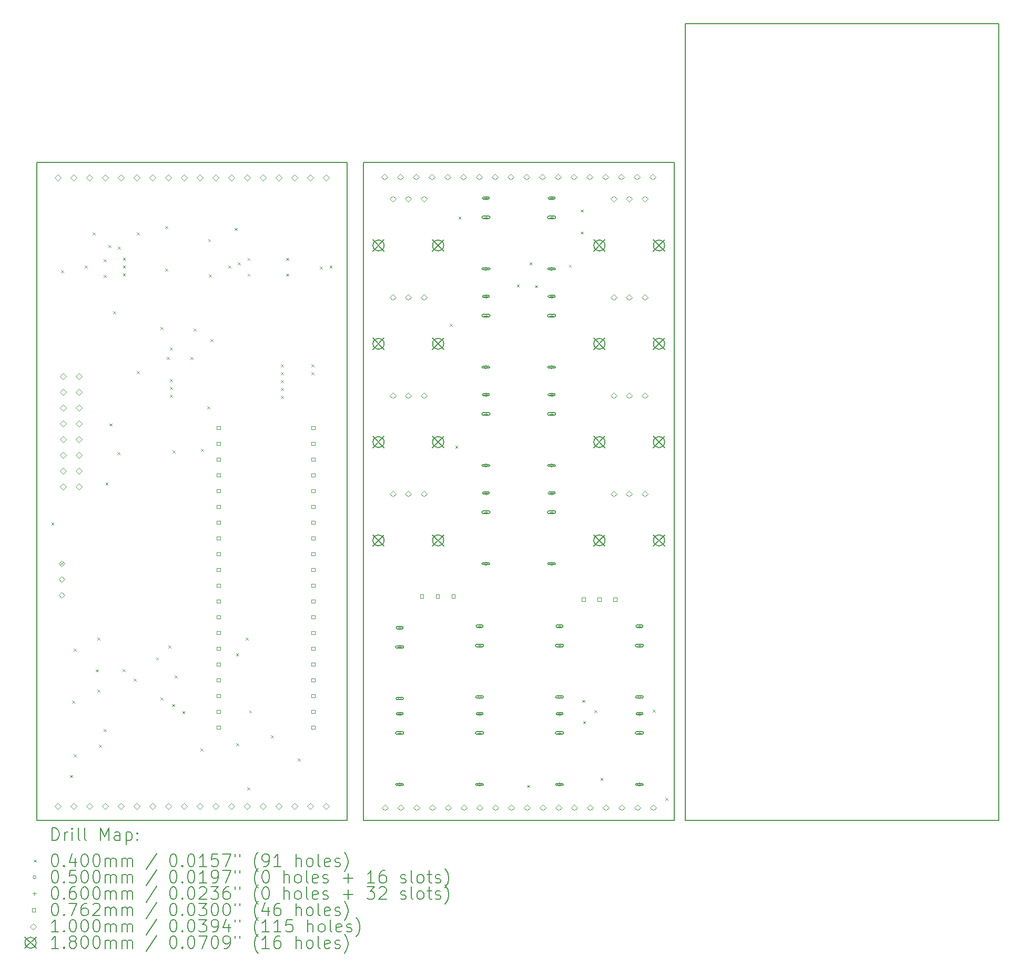
<source format=gbr>
%FSLAX45Y45*%
G04 Gerber Fmt 4.5, Leading zero omitted, Abs format (unit mm)*
G04 Created by KiCad (PCBNEW (6.0.0-0)) date 2022-07-11 02:04:20*
%MOMM*%
%LPD*%
G01*
G04 APERTURE LIST*
%TA.AperFunction,Profile*%
%ADD10C,0.200000*%
%TD*%
%ADD11C,0.200000*%
%ADD12C,0.040000*%
%ADD13C,0.050000*%
%ADD14C,0.060000*%
%ADD15C,0.076200*%
%ADD16C,0.100000*%
%ADD17C,0.180000*%
G04 APERTURE END LIST*
D10*
X8817600Y-27251080D02*
X13817600Y-27251080D01*
X13817600Y-27251080D02*
X13817600Y-37851080D01*
X13817600Y-37851080D02*
X8817600Y-37851080D01*
X8817600Y-37851080D02*
X8817600Y-27251080D01*
X13995400Y-25016000D02*
X19045400Y-25016000D01*
X19045400Y-25016000D02*
X19045400Y-37846000D01*
X19045400Y-37846000D02*
X13995400Y-37846000D01*
X13995400Y-37846000D02*
X13995400Y-25016000D01*
X3556000Y-27246000D02*
X8556000Y-27246000D01*
X8556000Y-27246000D02*
X8556000Y-37846000D01*
X8556000Y-37846000D02*
X3556000Y-37846000D01*
X3556000Y-37846000D02*
X3556000Y-27246000D01*
D11*
D12*
X3791280Y-33052760D02*
X3831280Y-33092760D01*
X3831280Y-33052760D02*
X3791280Y-33092760D01*
X3938600Y-33692840D02*
X3978600Y-33732840D01*
X3978600Y-33692840D02*
X3938600Y-33732840D01*
X3948400Y-28988600D02*
X3988400Y-29028600D01*
X3988400Y-28988600D02*
X3948400Y-29028600D01*
X4091000Y-37119300D02*
X4131000Y-37159300D01*
X4131000Y-37119300D02*
X4091000Y-37159300D01*
X4126200Y-35922800D02*
X4166200Y-35962800D01*
X4166200Y-35922800D02*
X4126200Y-35962800D01*
X4151600Y-35084600D02*
X4191600Y-35124600D01*
X4191600Y-35084600D02*
X4151600Y-35124600D01*
X4151600Y-36786400D02*
X4191600Y-36826400D01*
X4191600Y-36786400D02*
X4151600Y-36826400D01*
X4329400Y-28912400D02*
X4369400Y-28952400D01*
X4369400Y-28912400D02*
X4329400Y-28952400D01*
X4456400Y-28379000D02*
X4496400Y-28419000D01*
X4496400Y-28379000D02*
X4456400Y-28419000D01*
X4507200Y-35417600D02*
X4547200Y-35457600D01*
X4547200Y-35417600D02*
X4507200Y-35457600D01*
X4532600Y-34906800D02*
X4572600Y-34946800D01*
X4572600Y-34906800D02*
X4532600Y-34946800D01*
X4532600Y-35745000D02*
X4572600Y-35785000D01*
X4572600Y-35745000D02*
X4532600Y-35785000D01*
X4558000Y-36634000D02*
X4598000Y-36674000D01*
X4598000Y-36634000D02*
X4558000Y-36674000D01*
X4631400Y-28810800D02*
X4671400Y-28850800D01*
X4671400Y-28810800D02*
X4631400Y-28850800D01*
X4631400Y-29064800D02*
X4671400Y-29104800D01*
X4671400Y-29064800D02*
X4631400Y-29104800D01*
X4634200Y-36380000D02*
X4674200Y-36420000D01*
X4674200Y-36380000D02*
X4634200Y-36420000D01*
X4662500Y-32407600D02*
X4702500Y-32447600D01*
X4702500Y-32407600D02*
X4662500Y-32447600D01*
X4710400Y-28582200D02*
X4750400Y-28622200D01*
X4750400Y-28582200D02*
X4710400Y-28622200D01*
X4726000Y-31455100D02*
X4766000Y-31495100D01*
X4766000Y-31455100D02*
X4726000Y-31495100D01*
X4786600Y-29649000D02*
X4826600Y-29689000D01*
X4826600Y-29649000D02*
X4786600Y-29689000D01*
X4853000Y-31912980D02*
X4893000Y-31952980D01*
X4893000Y-31912980D02*
X4853000Y-31952980D01*
X4862800Y-28607600D02*
X4902800Y-28647600D01*
X4902800Y-28607600D02*
X4862800Y-28647600D01*
X4939000Y-35414800D02*
X4979000Y-35454800D01*
X4979000Y-35414800D02*
X4939000Y-35454800D01*
X4941800Y-28785400D02*
X4981800Y-28825400D01*
X4981800Y-28785400D02*
X4941800Y-28825400D01*
X4941800Y-28912400D02*
X4981800Y-28952400D01*
X4981800Y-28912400D02*
X4941800Y-28952400D01*
X4941800Y-29039400D02*
X4981800Y-29079400D01*
X4981800Y-29039400D02*
X4941800Y-29079400D01*
X5116800Y-35567200D02*
X5156800Y-35607200D01*
X5156800Y-35567200D02*
X5116800Y-35607200D01*
X5167600Y-28379000D02*
X5207600Y-28419000D01*
X5207600Y-28379000D02*
X5167600Y-28419000D01*
X5167600Y-30614200D02*
X5207600Y-30654200D01*
X5207600Y-30614200D02*
X5167600Y-30654200D01*
X5475200Y-35222218D02*
X5515200Y-35262218D01*
X5515200Y-35222218D02*
X5475200Y-35262218D01*
X5548600Y-29903000D02*
X5588600Y-29943000D01*
X5588600Y-29903000D02*
X5548600Y-29943000D01*
X5548600Y-35872000D02*
X5588600Y-35912000D01*
X5588600Y-35872000D02*
X5548600Y-35912000D01*
X5624800Y-28277400D02*
X5664800Y-28317400D01*
X5664800Y-28277400D02*
X5624800Y-28317400D01*
X5624800Y-28963200D02*
X5664800Y-29003200D01*
X5664800Y-28963200D02*
X5624800Y-29003200D01*
X5650200Y-30385600D02*
X5690200Y-30425600D01*
X5690200Y-30385600D02*
X5650200Y-30425600D01*
X5675600Y-35033800D02*
X5715600Y-35073800D01*
X5715600Y-35033800D02*
X5675600Y-35073800D01*
X5701000Y-30233200D02*
X5741000Y-30273200D01*
X5741000Y-30233200D02*
X5701000Y-30273200D01*
X5701000Y-30741200D02*
X5741000Y-30781200D01*
X5741000Y-30741200D02*
X5701000Y-30781200D01*
X5701000Y-30868200D02*
X5741000Y-30908200D01*
X5741000Y-30868200D02*
X5701000Y-30908200D01*
X5701000Y-30995200D02*
X5741000Y-31035200D01*
X5741000Y-30995200D02*
X5701000Y-31035200D01*
X5736920Y-35976300D02*
X5776920Y-36016300D01*
X5776920Y-35976300D02*
X5736920Y-36016300D01*
X5742000Y-31889100D02*
X5782000Y-31929100D01*
X5782000Y-31889100D02*
X5742000Y-31929100D01*
X5777200Y-35516400D02*
X5817200Y-35556400D01*
X5817200Y-35516400D02*
X5777200Y-35556400D01*
X5899748Y-36090600D02*
X5939748Y-36130600D01*
X5939748Y-36090600D02*
X5899748Y-36130600D01*
X6031200Y-30385600D02*
X6071200Y-30425600D01*
X6071200Y-30385600D02*
X6031200Y-30425600D01*
X6079200Y-29928400D02*
X6119200Y-29968400D01*
X6119200Y-29928400D02*
X6079200Y-29968400D01*
X6194120Y-36692580D02*
X6234120Y-36732580D01*
X6234120Y-36692580D02*
X6194120Y-36732580D01*
X6199200Y-31864040D02*
X6239200Y-31904040D01*
X6239200Y-31864040D02*
X6199200Y-31904040D01*
X6303340Y-31180780D02*
X6343340Y-31220780D01*
X6343340Y-31180780D02*
X6303340Y-31220780D01*
X6313500Y-28483300D02*
X6353500Y-28523300D01*
X6353500Y-28483300D02*
X6313500Y-28523300D01*
X6326200Y-29054800D02*
X6366200Y-29094800D01*
X6366200Y-29054800D02*
X6326200Y-29094800D01*
X6354900Y-30093500D02*
X6394900Y-30133500D01*
X6394900Y-30093500D02*
X6354900Y-30133500D01*
X6640800Y-28912400D02*
X6680800Y-28952400D01*
X6680800Y-28912400D02*
X6640800Y-28952400D01*
X6742400Y-28305600D02*
X6782400Y-28345600D01*
X6782400Y-28305600D02*
X6742400Y-28345600D01*
X6762738Y-35155739D02*
X6802738Y-35195739D01*
X6802738Y-35155739D02*
X6762738Y-35195739D01*
X6767800Y-36608600D02*
X6807800Y-36648600D01*
X6807800Y-36608600D02*
X6767800Y-36648600D01*
X6793200Y-28861600D02*
X6833200Y-28901600D01*
X6833200Y-28861600D02*
X6793200Y-28901600D01*
X6920200Y-34906800D02*
X6960200Y-34946800D01*
X6960200Y-34906800D02*
X6920200Y-34946800D01*
X6945600Y-37319800D02*
X6985600Y-37359800D01*
X6985600Y-37319800D02*
X6945600Y-37359800D01*
X6948500Y-28788100D02*
X6988500Y-28828100D01*
X6988500Y-28788100D02*
X6948500Y-28828100D01*
X6948500Y-29042100D02*
X6988500Y-29082100D01*
X6988500Y-29042100D02*
X6948500Y-29082100D01*
X6973900Y-36077900D02*
X7013900Y-36117900D01*
X7013900Y-36077900D02*
X6973900Y-36117900D01*
X7326600Y-36481600D02*
X7366600Y-36521600D01*
X7366600Y-36481600D02*
X7326600Y-36521600D01*
X7485500Y-30499900D02*
X7525500Y-30539900D01*
X7525500Y-30499900D02*
X7485500Y-30539900D01*
X7485500Y-30626900D02*
X7525500Y-30666900D01*
X7525500Y-30626900D02*
X7485500Y-30666900D01*
X7485500Y-30753900D02*
X7525500Y-30793900D01*
X7525500Y-30753900D02*
X7485500Y-30793900D01*
X7485500Y-30880900D02*
X7525500Y-30920900D01*
X7525500Y-30880900D02*
X7485500Y-30920900D01*
X7485500Y-31007900D02*
X7525500Y-31047900D01*
X7525500Y-31007900D02*
X7485500Y-31047900D01*
X7570800Y-28788100D02*
X7610800Y-28828100D01*
X7610800Y-28788100D02*
X7570800Y-28828100D01*
X7570800Y-29042100D02*
X7610800Y-29082100D01*
X7610800Y-29042100D02*
X7570800Y-29082100D01*
X7758400Y-36850000D02*
X7798400Y-36890000D01*
X7798400Y-36850000D02*
X7758400Y-36890000D01*
X7980500Y-30499900D02*
X8020500Y-30539900D01*
X8020500Y-30499900D02*
X7980500Y-30539900D01*
X7980500Y-30626900D02*
X8020500Y-30666900D01*
X8020500Y-30626900D02*
X7980500Y-30666900D01*
X8111200Y-28927800D02*
X8151200Y-28967800D01*
X8151200Y-28927800D02*
X8111200Y-28967800D01*
X8269200Y-28912400D02*
X8309200Y-28952400D01*
X8309200Y-28912400D02*
X8269200Y-28952400D01*
X10203500Y-29850400D02*
X10243500Y-29890400D01*
X10243500Y-29850400D02*
X10203500Y-29890400D01*
X10292400Y-31813800D02*
X10332400Y-31853800D01*
X10332400Y-31813800D02*
X10292400Y-31853800D01*
X10343200Y-28123200D02*
X10383200Y-28163200D01*
X10383200Y-28123200D02*
X10343200Y-28163200D01*
X11283000Y-29215400D02*
X11323000Y-29255400D01*
X11323000Y-29215400D02*
X11283000Y-29255400D01*
X11448100Y-37279900D02*
X11488100Y-37319900D01*
X11488100Y-37279900D02*
X11448100Y-37319900D01*
X11486200Y-28859800D02*
X11526200Y-28899800D01*
X11526200Y-28859800D02*
X11486200Y-28899800D01*
X11573811Y-29226811D02*
X11613811Y-29266811D01*
X11613811Y-29226811D02*
X11573811Y-29266811D01*
X12121200Y-28897900D02*
X12161200Y-28937900D01*
X12161200Y-28897900D02*
X12121200Y-28937900D01*
X12311700Y-28008900D02*
X12351700Y-28048900D01*
X12351700Y-28008900D02*
X12311700Y-28048900D01*
X12314500Y-28364500D02*
X12354500Y-28404500D01*
X12354500Y-28364500D02*
X12314500Y-28404500D01*
X12337100Y-35908300D02*
X12377100Y-35948300D01*
X12377100Y-35908300D02*
X12337100Y-35948300D01*
X12349800Y-36251200D02*
X12389800Y-36291200D01*
X12389800Y-36251200D02*
X12349800Y-36291200D01*
X12530400Y-36073400D02*
X12570400Y-36113400D01*
X12570400Y-36073400D02*
X12530400Y-36113400D01*
X12629200Y-37165600D02*
X12669200Y-37205600D01*
X12669200Y-37165600D02*
X12629200Y-37205600D01*
X13469940Y-36065780D02*
X13509940Y-36105780D01*
X13509940Y-36065780D02*
X13469940Y-36105780D01*
X13678220Y-37485640D02*
X13718220Y-37525640D01*
X13718220Y-37485640D02*
X13678220Y-37525640D01*
D13*
X9423000Y-35884450D02*
G75*
G03*
X9423000Y-35884450I-25000J0D01*
G01*
D11*
X9448000Y-35869450D02*
X9348000Y-35869450D01*
X9448000Y-35899450D02*
X9348000Y-35899450D01*
X9348000Y-35869450D02*
G75*
G03*
X9348000Y-35899450I0J-15000D01*
G01*
X9448000Y-35899450D02*
G75*
G03*
X9448000Y-35869450I0J15000D01*
G01*
D13*
X9423000Y-37271200D02*
G75*
G03*
X9423000Y-37271200I-25000J0D01*
G01*
D11*
X9448000Y-37256200D02*
X9348000Y-37256200D01*
X9448000Y-37286200D02*
X9348000Y-37286200D01*
X9348000Y-37256200D02*
G75*
G03*
X9348000Y-37286200I0J-15000D01*
G01*
X9448000Y-37286200D02*
G75*
G03*
X9448000Y-37256200I0J15000D01*
G01*
D13*
X10709933Y-35861500D02*
G75*
G03*
X10709933Y-35861500I-25000J0D01*
G01*
D11*
X10734933Y-35846500D02*
X10634933Y-35846500D01*
X10734933Y-35876500D02*
X10634933Y-35876500D01*
X10634933Y-35846500D02*
G75*
G03*
X10634933Y-35876500I0J-15000D01*
G01*
X10734933Y-35876500D02*
G75*
G03*
X10734933Y-35846500I0J15000D01*
G01*
D13*
X10709933Y-37271200D02*
G75*
G03*
X10709933Y-37271200I-25000J0D01*
G01*
D11*
X10734933Y-37256200D02*
X10634933Y-37256200D01*
X10734933Y-37286200D02*
X10634933Y-37286200D01*
X10634933Y-37256200D02*
G75*
G03*
X10634933Y-37286200I0J-15000D01*
G01*
X10734933Y-37286200D02*
G75*
G03*
X10734933Y-37256200I0J15000D01*
G01*
D13*
X10812033Y-28964400D02*
G75*
G03*
X10812033Y-28964400I-25000J0D01*
G01*
D11*
X10837033Y-28949400D02*
X10737033Y-28949400D01*
X10837033Y-28979400D02*
X10737033Y-28979400D01*
X10737033Y-28949400D02*
G75*
G03*
X10737033Y-28979400I0J-15000D01*
G01*
X10837033Y-28979400D02*
G75*
G03*
X10837033Y-28949400I0J15000D01*
G01*
D13*
X10812033Y-30548000D02*
G75*
G03*
X10812033Y-30548000I-25000J0D01*
G01*
D11*
X10837033Y-30533000D02*
X10737033Y-30533000D01*
X10837033Y-30563000D02*
X10737033Y-30563000D01*
X10737033Y-30533000D02*
G75*
G03*
X10737033Y-30563000I0J-15000D01*
G01*
X10837033Y-30563000D02*
G75*
G03*
X10837033Y-30533000I0J15000D01*
G01*
D13*
X10812033Y-32131600D02*
G75*
G03*
X10812033Y-32131600I-25000J0D01*
G01*
D11*
X10837033Y-32116600D02*
X10737033Y-32116600D01*
X10837033Y-32146600D02*
X10737033Y-32146600D01*
X10737033Y-32116600D02*
G75*
G03*
X10737033Y-32146600I0J-15000D01*
G01*
X10837033Y-32146600D02*
G75*
G03*
X10837033Y-32116600I0J15000D01*
G01*
D13*
X10812033Y-33715200D02*
G75*
G03*
X10812033Y-33715200I-25000J0D01*
G01*
D11*
X10837033Y-33700200D02*
X10737033Y-33700200D01*
X10837033Y-33730200D02*
X10737033Y-33730200D01*
X10737033Y-33700200D02*
G75*
G03*
X10737033Y-33730200I0J-15000D01*
G01*
X10837033Y-33730200D02*
G75*
G03*
X10837033Y-33700200I0J15000D01*
G01*
D13*
X11869367Y-28964400D02*
G75*
G03*
X11869367Y-28964400I-25000J0D01*
G01*
D11*
X11894367Y-28949400D02*
X11794367Y-28949400D01*
X11894367Y-28979400D02*
X11794367Y-28979400D01*
X11794367Y-28949400D02*
G75*
G03*
X11794367Y-28979400I0J-15000D01*
G01*
X11894367Y-28979400D02*
G75*
G03*
X11894367Y-28949400I0J15000D01*
G01*
D13*
X11869367Y-30548000D02*
G75*
G03*
X11869367Y-30548000I-25000J0D01*
G01*
D11*
X11894367Y-30533000D02*
X11794367Y-30533000D01*
X11894367Y-30563000D02*
X11794367Y-30563000D01*
X11794367Y-30533000D02*
G75*
G03*
X11794367Y-30563000I0J-15000D01*
G01*
X11894367Y-30563000D02*
G75*
G03*
X11894367Y-30533000I0J15000D01*
G01*
D13*
X11869367Y-32131600D02*
G75*
G03*
X11869367Y-32131600I-25000J0D01*
G01*
D11*
X11894367Y-32116600D02*
X11794367Y-32116600D01*
X11894367Y-32146600D02*
X11794367Y-32146600D01*
X11794367Y-32116600D02*
G75*
G03*
X11794367Y-32146600I0J-15000D01*
G01*
X11894367Y-32146600D02*
G75*
G03*
X11894367Y-32116600I0J15000D01*
G01*
D13*
X11869367Y-33715200D02*
G75*
G03*
X11869367Y-33715200I-25000J0D01*
G01*
D11*
X11894367Y-33700200D02*
X11794367Y-33700200D01*
X11894367Y-33730200D02*
X11794367Y-33730200D01*
X11794367Y-33700200D02*
G75*
G03*
X11794367Y-33730200I0J-15000D01*
G01*
X11894367Y-33730200D02*
G75*
G03*
X11894367Y-33700200I0J15000D01*
G01*
D13*
X11996867Y-35861500D02*
G75*
G03*
X11996867Y-35861500I-25000J0D01*
G01*
D11*
X12021867Y-35846500D02*
X11921867Y-35846500D01*
X12021867Y-35876500D02*
X11921867Y-35876500D01*
X11921867Y-35846500D02*
G75*
G03*
X11921867Y-35876500I0J-15000D01*
G01*
X12021867Y-35876500D02*
G75*
G03*
X12021867Y-35846500I0J15000D01*
G01*
D13*
X11996867Y-37271200D02*
G75*
G03*
X11996867Y-37271200I-25000J0D01*
G01*
D11*
X12021867Y-37256200D02*
X11921867Y-37256200D01*
X12021867Y-37286200D02*
X11921867Y-37286200D01*
X11921867Y-37256200D02*
G75*
G03*
X11921867Y-37286200I0J-15000D01*
G01*
X12021867Y-37286200D02*
G75*
G03*
X12021867Y-37256200I0J15000D01*
G01*
D13*
X13283800Y-35861500D02*
G75*
G03*
X13283800Y-35861500I-25000J0D01*
G01*
D11*
X13308800Y-35846500D02*
X13208800Y-35846500D01*
X13308800Y-35876500D02*
X13208800Y-35876500D01*
X13208800Y-35846500D02*
G75*
G03*
X13208800Y-35876500I0J-15000D01*
G01*
X13308800Y-35876500D02*
G75*
G03*
X13308800Y-35846500I0J15000D01*
G01*
D13*
X13283800Y-37271200D02*
G75*
G03*
X13283800Y-37271200I-25000J0D01*
G01*
D11*
X13308800Y-37256200D02*
X13208800Y-37256200D01*
X13308800Y-37286200D02*
X13208800Y-37286200D01*
X13208800Y-37256200D02*
G75*
G03*
X13208800Y-37286200I0J-15000D01*
G01*
X13308800Y-37286200D02*
G75*
G03*
X13308800Y-37256200I0J15000D01*
G01*
D14*
X9398000Y-34714450D02*
X9398000Y-34774450D01*
X9368000Y-34744450D02*
X9428000Y-34744450D01*
D11*
X9433000Y-34724450D02*
X9363000Y-34724450D01*
X9433000Y-34764450D02*
X9363000Y-34764450D01*
X9363000Y-34724450D02*
G75*
G03*
X9363000Y-34764450I0J-20000D01*
G01*
X9433000Y-34764450D02*
G75*
G03*
X9433000Y-34724450I0J20000D01*
G01*
D14*
X9398000Y-35024450D02*
X9398000Y-35084450D01*
X9368000Y-35054450D02*
X9428000Y-35054450D01*
D11*
X9443000Y-35034450D02*
X9353000Y-35034450D01*
X9443000Y-35074450D02*
X9353000Y-35074450D01*
X9353000Y-35034450D02*
G75*
G03*
X9353000Y-35074450I0J-20000D01*
G01*
X9443000Y-35074450D02*
G75*
G03*
X9443000Y-35034450I0J20000D01*
G01*
D14*
X9398000Y-36101200D02*
X9398000Y-36161200D01*
X9368000Y-36131200D02*
X9428000Y-36131200D01*
D11*
X9433000Y-36111200D02*
X9363000Y-36111200D01*
X9433000Y-36151200D02*
X9363000Y-36151200D01*
X9363000Y-36111200D02*
G75*
G03*
X9363000Y-36151200I0J-20000D01*
G01*
X9433000Y-36151200D02*
G75*
G03*
X9433000Y-36111200I0J20000D01*
G01*
D14*
X9398000Y-36411200D02*
X9398000Y-36471200D01*
X9368000Y-36441200D02*
X9428000Y-36441200D01*
D11*
X9443000Y-36421200D02*
X9353000Y-36421200D01*
X9443000Y-36461200D02*
X9353000Y-36461200D01*
X9353000Y-36421200D02*
G75*
G03*
X9353000Y-36461200I0J-20000D01*
G01*
X9443000Y-36461200D02*
G75*
G03*
X9443000Y-36421200I0J20000D01*
G01*
D14*
X10684933Y-34691500D02*
X10684933Y-34751500D01*
X10654933Y-34721500D02*
X10714933Y-34721500D01*
D11*
X10719933Y-34701500D02*
X10649933Y-34701500D01*
X10719933Y-34741500D02*
X10649933Y-34741500D01*
X10649933Y-34701500D02*
G75*
G03*
X10649933Y-34741500I0J-20000D01*
G01*
X10719933Y-34741500D02*
G75*
G03*
X10719933Y-34701500I0J20000D01*
G01*
D14*
X10684933Y-35001500D02*
X10684933Y-35061500D01*
X10654933Y-35031500D02*
X10714933Y-35031500D01*
D11*
X10729933Y-35011500D02*
X10639933Y-35011500D01*
X10729933Y-35051500D02*
X10639933Y-35051500D01*
X10639933Y-35011500D02*
G75*
G03*
X10639933Y-35051500I0J-20000D01*
G01*
X10729933Y-35051500D02*
G75*
G03*
X10729933Y-35011500I0J20000D01*
G01*
D14*
X10684933Y-36101200D02*
X10684933Y-36161200D01*
X10654933Y-36131200D02*
X10714933Y-36131200D01*
D11*
X10719933Y-36111200D02*
X10649933Y-36111200D01*
X10719933Y-36151200D02*
X10649933Y-36151200D01*
X10649933Y-36111200D02*
G75*
G03*
X10649933Y-36151200I0J-20000D01*
G01*
X10719933Y-36151200D02*
G75*
G03*
X10719933Y-36111200I0J20000D01*
G01*
D14*
X10684933Y-36411200D02*
X10684933Y-36471200D01*
X10654933Y-36441200D02*
X10714933Y-36441200D01*
D11*
X10729933Y-36421200D02*
X10639933Y-36421200D01*
X10729933Y-36461200D02*
X10639933Y-36461200D01*
X10639933Y-36421200D02*
G75*
G03*
X10639933Y-36461200I0J-20000D01*
G01*
X10729933Y-36461200D02*
G75*
G03*
X10729933Y-36421200I0J20000D01*
G01*
D14*
X10787033Y-27794400D02*
X10787033Y-27854400D01*
X10757033Y-27824400D02*
X10817033Y-27824400D01*
D11*
X10822033Y-27804400D02*
X10752033Y-27804400D01*
X10822033Y-27844400D02*
X10752033Y-27844400D01*
X10752033Y-27804400D02*
G75*
G03*
X10752033Y-27844400I0J-20000D01*
G01*
X10822033Y-27844400D02*
G75*
G03*
X10822033Y-27804400I0J20000D01*
G01*
D14*
X10787033Y-28104400D02*
X10787033Y-28164400D01*
X10757033Y-28134400D02*
X10817033Y-28134400D01*
D11*
X10832033Y-28114400D02*
X10742033Y-28114400D01*
X10832033Y-28154400D02*
X10742033Y-28154400D01*
X10742033Y-28114400D02*
G75*
G03*
X10742033Y-28154400I0J-20000D01*
G01*
X10832033Y-28154400D02*
G75*
G03*
X10832033Y-28114400I0J20000D01*
G01*
D14*
X10787033Y-29378000D02*
X10787033Y-29438000D01*
X10757033Y-29408000D02*
X10817033Y-29408000D01*
D11*
X10822033Y-29388000D02*
X10752033Y-29388000D01*
X10822033Y-29428000D02*
X10752033Y-29428000D01*
X10752033Y-29388000D02*
G75*
G03*
X10752033Y-29428000I0J-20000D01*
G01*
X10822033Y-29428000D02*
G75*
G03*
X10822033Y-29388000I0J20000D01*
G01*
D14*
X10787033Y-29688000D02*
X10787033Y-29748000D01*
X10757033Y-29718000D02*
X10817033Y-29718000D01*
D11*
X10832033Y-29698000D02*
X10742033Y-29698000D01*
X10832033Y-29738000D02*
X10742033Y-29738000D01*
X10742033Y-29698000D02*
G75*
G03*
X10742033Y-29738000I0J-20000D01*
G01*
X10832033Y-29738000D02*
G75*
G03*
X10832033Y-29698000I0J20000D01*
G01*
D14*
X10787033Y-30961600D02*
X10787033Y-31021600D01*
X10757033Y-30991600D02*
X10817033Y-30991600D01*
D11*
X10822033Y-30971600D02*
X10752033Y-30971600D01*
X10822033Y-31011600D02*
X10752033Y-31011600D01*
X10752033Y-30971600D02*
G75*
G03*
X10752033Y-31011600I0J-20000D01*
G01*
X10822033Y-31011600D02*
G75*
G03*
X10822033Y-30971600I0J20000D01*
G01*
D14*
X10787033Y-31271600D02*
X10787033Y-31331600D01*
X10757033Y-31301600D02*
X10817033Y-31301600D01*
D11*
X10832033Y-31281600D02*
X10742033Y-31281600D01*
X10832033Y-31321600D02*
X10742033Y-31321600D01*
X10742033Y-31281600D02*
G75*
G03*
X10742033Y-31321600I0J-20000D01*
G01*
X10832033Y-31321600D02*
G75*
G03*
X10832033Y-31281600I0J20000D01*
G01*
D14*
X10787033Y-32545200D02*
X10787033Y-32605200D01*
X10757033Y-32575200D02*
X10817033Y-32575200D01*
D11*
X10822033Y-32555200D02*
X10752033Y-32555200D01*
X10822033Y-32595200D02*
X10752033Y-32595200D01*
X10752033Y-32555200D02*
G75*
G03*
X10752033Y-32595200I0J-20000D01*
G01*
X10822033Y-32595200D02*
G75*
G03*
X10822033Y-32555200I0J20000D01*
G01*
D14*
X10787033Y-32855200D02*
X10787033Y-32915200D01*
X10757033Y-32885200D02*
X10817033Y-32885200D01*
D11*
X10832033Y-32865200D02*
X10742033Y-32865200D01*
X10832033Y-32905200D02*
X10742033Y-32905200D01*
X10742033Y-32865200D02*
G75*
G03*
X10742033Y-32905200I0J-20000D01*
G01*
X10832033Y-32905200D02*
G75*
G03*
X10832033Y-32865200I0J20000D01*
G01*
D14*
X11844367Y-27794400D02*
X11844367Y-27854400D01*
X11814367Y-27824400D02*
X11874367Y-27824400D01*
D11*
X11879367Y-27804400D02*
X11809367Y-27804400D01*
X11879367Y-27844400D02*
X11809367Y-27844400D01*
X11809367Y-27804400D02*
G75*
G03*
X11809367Y-27844400I0J-20000D01*
G01*
X11879367Y-27844400D02*
G75*
G03*
X11879367Y-27804400I0J20000D01*
G01*
D14*
X11844367Y-28104400D02*
X11844367Y-28164400D01*
X11814367Y-28134400D02*
X11874367Y-28134400D01*
D11*
X11889367Y-28114400D02*
X11799367Y-28114400D01*
X11889367Y-28154400D02*
X11799367Y-28154400D01*
X11799367Y-28114400D02*
G75*
G03*
X11799367Y-28154400I0J-20000D01*
G01*
X11889367Y-28154400D02*
G75*
G03*
X11889367Y-28114400I0J20000D01*
G01*
D14*
X11844367Y-29378000D02*
X11844367Y-29438000D01*
X11814367Y-29408000D02*
X11874367Y-29408000D01*
D11*
X11879367Y-29388000D02*
X11809367Y-29388000D01*
X11879367Y-29428000D02*
X11809367Y-29428000D01*
X11809367Y-29388000D02*
G75*
G03*
X11809367Y-29428000I0J-20000D01*
G01*
X11879367Y-29428000D02*
G75*
G03*
X11879367Y-29388000I0J20000D01*
G01*
D14*
X11844367Y-29688000D02*
X11844367Y-29748000D01*
X11814367Y-29718000D02*
X11874367Y-29718000D01*
D11*
X11889367Y-29698000D02*
X11799367Y-29698000D01*
X11889367Y-29738000D02*
X11799367Y-29738000D01*
X11799367Y-29698000D02*
G75*
G03*
X11799367Y-29738000I0J-20000D01*
G01*
X11889367Y-29738000D02*
G75*
G03*
X11889367Y-29698000I0J20000D01*
G01*
D14*
X11844367Y-30961600D02*
X11844367Y-31021600D01*
X11814367Y-30991600D02*
X11874367Y-30991600D01*
D11*
X11879367Y-30971600D02*
X11809367Y-30971600D01*
X11879367Y-31011600D02*
X11809367Y-31011600D01*
X11809367Y-30971600D02*
G75*
G03*
X11809367Y-31011600I0J-20000D01*
G01*
X11879367Y-31011600D02*
G75*
G03*
X11879367Y-30971600I0J20000D01*
G01*
D14*
X11844367Y-31271600D02*
X11844367Y-31331600D01*
X11814367Y-31301600D02*
X11874367Y-31301600D01*
D11*
X11889367Y-31281600D02*
X11799367Y-31281600D01*
X11889367Y-31321600D02*
X11799367Y-31321600D01*
X11799367Y-31281600D02*
G75*
G03*
X11799367Y-31321600I0J-20000D01*
G01*
X11889367Y-31321600D02*
G75*
G03*
X11889367Y-31281600I0J20000D01*
G01*
D14*
X11844367Y-32545200D02*
X11844367Y-32605200D01*
X11814367Y-32575200D02*
X11874367Y-32575200D01*
D11*
X11879367Y-32555200D02*
X11809367Y-32555200D01*
X11879367Y-32595200D02*
X11809367Y-32595200D01*
X11809367Y-32555200D02*
G75*
G03*
X11809367Y-32595200I0J-20000D01*
G01*
X11879367Y-32595200D02*
G75*
G03*
X11879367Y-32555200I0J20000D01*
G01*
D14*
X11844367Y-32855200D02*
X11844367Y-32915200D01*
X11814367Y-32885200D02*
X11874367Y-32885200D01*
D11*
X11889367Y-32865200D02*
X11799367Y-32865200D01*
X11889367Y-32905200D02*
X11799367Y-32905200D01*
X11799367Y-32865200D02*
G75*
G03*
X11799367Y-32905200I0J-20000D01*
G01*
X11889367Y-32905200D02*
G75*
G03*
X11889367Y-32865200I0J20000D01*
G01*
D14*
X11971867Y-34691500D02*
X11971867Y-34751500D01*
X11941867Y-34721500D02*
X12001867Y-34721500D01*
D11*
X12006867Y-34701500D02*
X11936867Y-34701500D01*
X12006867Y-34741500D02*
X11936867Y-34741500D01*
X11936867Y-34701500D02*
G75*
G03*
X11936867Y-34741500I0J-20000D01*
G01*
X12006867Y-34741500D02*
G75*
G03*
X12006867Y-34701500I0J20000D01*
G01*
D14*
X11971867Y-35001500D02*
X11971867Y-35061500D01*
X11941867Y-35031500D02*
X12001867Y-35031500D01*
D11*
X12016867Y-35011500D02*
X11926867Y-35011500D01*
X12016867Y-35051500D02*
X11926867Y-35051500D01*
X11926867Y-35011500D02*
G75*
G03*
X11926867Y-35051500I0J-20000D01*
G01*
X12016867Y-35051500D02*
G75*
G03*
X12016867Y-35011500I0J20000D01*
G01*
D14*
X11971867Y-36101200D02*
X11971867Y-36161200D01*
X11941867Y-36131200D02*
X12001867Y-36131200D01*
D11*
X12006867Y-36111200D02*
X11936867Y-36111200D01*
X12006867Y-36151200D02*
X11936867Y-36151200D01*
X11936867Y-36111200D02*
G75*
G03*
X11936867Y-36151200I0J-20000D01*
G01*
X12006867Y-36151200D02*
G75*
G03*
X12006867Y-36111200I0J20000D01*
G01*
D14*
X11971867Y-36411200D02*
X11971867Y-36471200D01*
X11941867Y-36441200D02*
X12001867Y-36441200D01*
D11*
X12016867Y-36421200D02*
X11926867Y-36421200D01*
X12016867Y-36461200D02*
X11926867Y-36461200D01*
X11926867Y-36421200D02*
G75*
G03*
X11926867Y-36461200I0J-20000D01*
G01*
X12016867Y-36461200D02*
G75*
G03*
X12016867Y-36421200I0J20000D01*
G01*
D14*
X13258800Y-34691500D02*
X13258800Y-34751500D01*
X13228800Y-34721500D02*
X13288800Y-34721500D01*
D11*
X13293800Y-34701500D02*
X13223800Y-34701500D01*
X13293800Y-34741500D02*
X13223800Y-34741500D01*
X13223800Y-34701500D02*
G75*
G03*
X13223800Y-34741500I0J-20000D01*
G01*
X13293800Y-34741500D02*
G75*
G03*
X13293800Y-34701500I0J20000D01*
G01*
D14*
X13258800Y-35001500D02*
X13258800Y-35061500D01*
X13228800Y-35031500D02*
X13288800Y-35031500D01*
D11*
X13303800Y-35011500D02*
X13213800Y-35011500D01*
X13303800Y-35051500D02*
X13213800Y-35051500D01*
X13213800Y-35011500D02*
G75*
G03*
X13213800Y-35051500I0J-20000D01*
G01*
X13303800Y-35051500D02*
G75*
G03*
X13303800Y-35011500I0J20000D01*
G01*
D14*
X13258800Y-36101200D02*
X13258800Y-36161200D01*
X13228800Y-36131200D02*
X13288800Y-36131200D01*
D11*
X13293800Y-36111200D02*
X13223800Y-36111200D01*
X13293800Y-36151200D02*
X13223800Y-36151200D01*
X13223800Y-36111200D02*
G75*
G03*
X13223800Y-36151200I0J-20000D01*
G01*
X13293800Y-36151200D02*
G75*
G03*
X13293800Y-36111200I0J20000D01*
G01*
D14*
X13258800Y-36411200D02*
X13258800Y-36471200D01*
X13228800Y-36441200D02*
X13288800Y-36441200D01*
D11*
X13303800Y-36421200D02*
X13213800Y-36421200D01*
X13303800Y-36461200D02*
X13213800Y-36461200D01*
X13213800Y-36421200D02*
G75*
G03*
X13213800Y-36461200I0J-20000D01*
G01*
X13303800Y-36461200D02*
G75*
G03*
X13303800Y-36421200I0J20000D01*
G01*
D15*
X6509941Y-31550141D02*
X6509941Y-31496259D01*
X6456059Y-31496259D01*
X6456059Y-31550141D01*
X6509941Y-31550141D01*
X6509941Y-31804141D02*
X6509941Y-31750259D01*
X6456059Y-31750259D01*
X6456059Y-31804141D01*
X6509941Y-31804141D01*
X6509941Y-32058141D02*
X6509941Y-32004259D01*
X6456059Y-32004259D01*
X6456059Y-32058141D01*
X6509941Y-32058141D01*
X6509941Y-32312141D02*
X6509941Y-32258259D01*
X6456059Y-32258259D01*
X6456059Y-32312141D01*
X6509941Y-32312141D01*
X6509941Y-32566141D02*
X6509941Y-32512259D01*
X6456059Y-32512259D01*
X6456059Y-32566141D01*
X6509941Y-32566141D01*
X6509941Y-32820141D02*
X6509941Y-32766259D01*
X6456059Y-32766259D01*
X6456059Y-32820141D01*
X6509941Y-32820141D01*
X6509941Y-33074141D02*
X6509941Y-33020259D01*
X6456059Y-33020259D01*
X6456059Y-33074141D01*
X6509941Y-33074141D01*
X6509941Y-33328141D02*
X6509941Y-33274259D01*
X6456059Y-33274259D01*
X6456059Y-33328141D01*
X6509941Y-33328141D01*
X6509941Y-33582141D02*
X6509941Y-33528259D01*
X6456059Y-33528259D01*
X6456059Y-33582141D01*
X6509941Y-33582141D01*
X6509941Y-33836141D02*
X6509941Y-33782259D01*
X6456059Y-33782259D01*
X6456059Y-33836141D01*
X6509941Y-33836141D01*
X6509941Y-34090141D02*
X6509941Y-34036259D01*
X6456059Y-34036259D01*
X6456059Y-34090141D01*
X6509941Y-34090141D01*
X6509941Y-34344141D02*
X6509941Y-34290259D01*
X6456059Y-34290259D01*
X6456059Y-34344141D01*
X6509941Y-34344141D01*
X6509941Y-34598141D02*
X6509941Y-34544259D01*
X6456059Y-34544259D01*
X6456059Y-34598141D01*
X6509941Y-34598141D01*
X6509941Y-34852141D02*
X6509941Y-34798259D01*
X6456059Y-34798259D01*
X6456059Y-34852141D01*
X6509941Y-34852141D01*
X6509941Y-35106141D02*
X6509941Y-35052259D01*
X6456059Y-35052259D01*
X6456059Y-35106141D01*
X6509941Y-35106141D01*
X6509941Y-35360141D02*
X6509941Y-35306259D01*
X6456059Y-35306259D01*
X6456059Y-35360141D01*
X6509941Y-35360141D01*
X6509941Y-35614141D02*
X6509941Y-35560259D01*
X6456059Y-35560259D01*
X6456059Y-35614141D01*
X6509941Y-35614141D01*
X6509941Y-35868141D02*
X6509941Y-35814259D01*
X6456059Y-35814259D01*
X6456059Y-35868141D01*
X6509941Y-35868141D01*
X6509941Y-36122141D02*
X6509941Y-36068259D01*
X6456059Y-36068259D01*
X6456059Y-36122141D01*
X6509941Y-36122141D01*
X6509941Y-36376141D02*
X6509941Y-36322259D01*
X6456059Y-36322259D01*
X6456059Y-36376141D01*
X6509941Y-36376141D01*
X8033941Y-31550141D02*
X8033941Y-31496259D01*
X7980059Y-31496259D01*
X7980059Y-31550141D01*
X8033941Y-31550141D01*
X8033941Y-31804141D02*
X8033941Y-31750259D01*
X7980059Y-31750259D01*
X7980059Y-31804141D01*
X8033941Y-31804141D01*
X8033941Y-32058141D02*
X8033941Y-32004259D01*
X7980059Y-32004259D01*
X7980059Y-32058141D01*
X8033941Y-32058141D01*
X8033941Y-32312141D02*
X8033941Y-32258259D01*
X7980059Y-32258259D01*
X7980059Y-32312141D01*
X8033941Y-32312141D01*
X8033941Y-32566141D02*
X8033941Y-32512259D01*
X7980059Y-32512259D01*
X7980059Y-32566141D01*
X8033941Y-32566141D01*
X8033941Y-32820141D02*
X8033941Y-32766259D01*
X7980059Y-32766259D01*
X7980059Y-32820141D01*
X8033941Y-32820141D01*
X8033941Y-33074141D02*
X8033941Y-33020259D01*
X7980059Y-33020259D01*
X7980059Y-33074141D01*
X8033941Y-33074141D01*
X8033941Y-33328141D02*
X8033941Y-33274259D01*
X7980059Y-33274259D01*
X7980059Y-33328141D01*
X8033941Y-33328141D01*
X8033941Y-33582141D02*
X8033941Y-33528259D01*
X7980059Y-33528259D01*
X7980059Y-33582141D01*
X8033941Y-33582141D01*
X8033941Y-33836141D02*
X8033941Y-33782259D01*
X7980059Y-33782259D01*
X7980059Y-33836141D01*
X8033941Y-33836141D01*
X8033941Y-34090141D02*
X8033941Y-34036259D01*
X7980059Y-34036259D01*
X7980059Y-34090141D01*
X8033941Y-34090141D01*
X8033941Y-34344141D02*
X8033941Y-34290259D01*
X7980059Y-34290259D01*
X7980059Y-34344141D01*
X8033941Y-34344141D01*
X8033941Y-34598141D02*
X8033941Y-34544259D01*
X7980059Y-34544259D01*
X7980059Y-34598141D01*
X8033941Y-34598141D01*
X8033941Y-34852141D02*
X8033941Y-34798259D01*
X7980059Y-34798259D01*
X7980059Y-34852141D01*
X8033941Y-34852141D01*
X8033941Y-35106141D02*
X8033941Y-35052259D01*
X7980059Y-35052259D01*
X7980059Y-35106141D01*
X8033941Y-35106141D01*
X8033941Y-35360141D02*
X8033941Y-35306259D01*
X7980059Y-35306259D01*
X7980059Y-35360141D01*
X8033941Y-35360141D01*
X8033941Y-35614141D02*
X8033941Y-35560259D01*
X7980059Y-35560259D01*
X7980059Y-35614141D01*
X8033941Y-35614141D01*
X8033941Y-35868141D02*
X8033941Y-35814259D01*
X7980059Y-35814259D01*
X7980059Y-35868141D01*
X8033941Y-35868141D01*
X8033941Y-36122141D02*
X8033941Y-36068259D01*
X7980059Y-36068259D01*
X7980059Y-36122141D01*
X8033941Y-36122141D01*
X8033941Y-36376141D02*
X8033941Y-36322259D01*
X7980059Y-36322259D01*
X7980059Y-36376141D01*
X8033941Y-36376141D01*
X9780541Y-34266141D02*
X9780541Y-34212259D01*
X9726659Y-34212259D01*
X9726659Y-34266141D01*
X9780541Y-34266141D01*
X10034541Y-34266141D02*
X10034541Y-34212259D01*
X9980659Y-34212259D01*
X9980659Y-34266141D01*
X10034541Y-34266141D01*
X10288541Y-34266141D02*
X10288541Y-34212259D01*
X10234659Y-34212259D01*
X10234659Y-34266141D01*
X10288541Y-34266141D01*
X12384041Y-34316941D02*
X12384041Y-34263059D01*
X12330159Y-34263059D01*
X12330159Y-34316941D01*
X12384041Y-34316941D01*
X12638041Y-34316941D02*
X12638041Y-34263059D01*
X12584159Y-34263059D01*
X12584159Y-34316941D01*
X12638041Y-34316941D01*
X12892041Y-34316941D02*
X12892041Y-34263059D01*
X12838159Y-34263059D01*
X12838159Y-34316941D01*
X12892041Y-34316941D01*
D16*
X3894640Y-27547500D02*
X3944640Y-27497500D01*
X3894640Y-27447500D01*
X3844640Y-27497500D01*
X3894640Y-27547500D01*
X3897640Y-37669360D02*
X3947640Y-37619360D01*
X3897640Y-37569360D01*
X3847640Y-37619360D01*
X3897640Y-37669360D01*
X3958600Y-33762840D02*
X4008600Y-33712840D01*
X3958600Y-33662840D01*
X3908600Y-33712840D01*
X3958600Y-33762840D01*
X3958600Y-34016840D02*
X4008600Y-33966840D01*
X3958600Y-33916840D01*
X3908600Y-33966840D01*
X3958600Y-34016840D01*
X3958600Y-34270840D02*
X4008600Y-34220840D01*
X3958600Y-34170840D01*
X3908600Y-34220840D01*
X3958600Y-34270840D01*
X3982000Y-30746000D02*
X4032000Y-30696000D01*
X3982000Y-30646000D01*
X3932000Y-30696000D01*
X3982000Y-30746000D01*
X3982000Y-31000000D02*
X4032000Y-30950000D01*
X3982000Y-30900000D01*
X3932000Y-30950000D01*
X3982000Y-31000000D01*
X3982000Y-31254000D02*
X4032000Y-31204000D01*
X3982000Y-31154000D01*
X3932000Y-31204000D01*
X3982000Y-31254000D01*
X3982000Y-31508000D02*
X4032000Y-31458000D01*
X3982000Y-31408000D01*
X3932000Y-31458000D01*
X3982000Y-31508000D01*
X3982000Y-31762000D02*
X4032000Y-31712000D01*
X3982000Y-31662000D01*
X3932000Y-31712000D01*
X3982000Y-31762000D01*
X3982000Y-32016000D02*
X4032000Y-31966000D01*
X3982000Y-31916000D01*
X3932000Y-31966000D01*
X3982000Y-32016000D01*
X3982000Y-32270000D02*
X4032000Y-32220000D01*
X3982000Y-32170000D01*
X3932000Y-32220000D01*
X3982000Y-32270000D01*
X3982000Y-32524000D02*
X4032000Y-32474000D01*
X3982000Y-32424000D01*
X3932000Y-32474000D01*
X3982000Y-32524000D01*
X4148640Y-27547500D02*
X4198640Y-27497500D01*
X4148640Y-27447500D01*
X4098640Y-27497500D01*
X4148640Y-27547500D01*
X4151640Y-37669360D02*
X4201640Y-37619360D01*
X4151640Y-37569360D01*
X4101640Y-37619360D01*
X4151640Y-37669360D01*
X4236000Y-30746000D02*
X4286000Y-30696000D01*
X4236000Y-30646000D01*
X4186000Y-30696000D01*
X4236000Y-30746000D01*
X4236000Y-31000000D02*
X4286000Y-30950000D01*
X4236000Y-30900000D01*
X4186000Y-30950000D01*
X4236000Y-31000000D01*
X4236000Y-31254000D02*
X4286000Y-31204000D01*
X4236000Y-31154000D01*
X4186000Y-31204000D01*
X4236000Y-31254000D01*
X4236000Y-31508000D02*
X4286000Y-31458000D01*
X4236000Y-31408000D01*
X4186000Y-31458000D01*
X4236000Y-31508000D01*
X4236000Y-31762000D02*
X4286000Y-31712000D01*
X4236000Y-31662000D01*
X4186000Y-31712000D01*
X4236000Y-31762000D01*
X4236000Y-32016000D02*
X4286000Y-31966000D01*
X4236000Y-31916000D01*
X4186000Y-31966000D01*
X4236000Y-32016000D01*
X4236000Y-32270000D02*
X4286000Y-32220000D01*
X4236000Y-32170000D01*
X4186000Y-32220000D01*
X4236000Y-32270000D01*
X4236000Y-32524000D02*
X4286000Y-32474000D01*
X4236000Y-32424000D01*
X4186000Y-32474000D01*
X4236000Y-32524000D01*
X4402640Y-27547500D02*
X4452640Y-27497500D01*
X4402640Y-27447500D01*
X4352640Y-27497500D01*
X4402640Y-27547500D01*
X4405640Y-37669360D02*
X4455640Y-37619360D01*
X4405640Y-37569360D01*
X4355640Y-37619360D01*
X4405640Y-37669360D01*
X4656640Y-27547500D02*
X4706640Y-27497500D01*
X4656640Y-27447500D01*
X4606640Y-27497500D01*
X4656640Y-27547500D01*
X4659640Y-37669360D02*
X4709640Y-37619360D01*
X4659640Y-37569360D01*
X4609640Y-37619360D01*
X4659640Y-37669360D01*
X4910640Y-27547500D02*
X4960640Y-27497500D01*
X4910640Y-27447500D01*
X4860640Y-27497500D01*
X4910640Y-27547500D01*
X4913640Y-37669360D02*
X4963640Y-37619360D01*
X4913640Y-37569360D01*
X4863640Y-37619360D01*
X4913640Y-37669360D01*
X5164640Y-27547500D02*
X5214640Y-27497500D01*
X5164640Y-27447500D01*
X5114640Y-27497500D01*
X5164640Y-27547500D01*
X5167640Y-37669360D02*
X5217640Y-37619360D01*
X5167640Y-37569360D01*
X5117640Y-37619360D01*
X5167640Y-37669360D01*
X5418640Y-27547500D02*
X5468640Y-27497500D01*
X5418640Y-27447500D01*
X5368640Y-27497500D01*
X5418640Y-27547500D01*
X5421640Y-37669360D02*
X5471640Y-37619360D01*
X5421640Y-37569360D01*
X5371640Y-37619360D01*
X5421640Y-37669360D01*
X5672640Y-27547500D02*
X5722640Y-27497500D01*
X5672640Y-27447500D01*
X5622640Y-27497500D01*
X5672640Y-27547500D01*
X5675640Y-37669360D02*
X5725640Y-37619360D01*
X5675640Y-37569360D01*
X5625640Y-37619360D01*
X5675640Y-37669360D01*
X5926640Y-27547500D02*
X5976640Y-27497500D01*
X5926640Y-27447500D01*
X5876640Y-27497500D01*
X5926640Y-27547500D01*
X5929640Y-37669360D02*
X5979640Y-37619360D01*
X5929640Y-37569360D01*
X5879640Y-37619360D01*
X5929640Y-37669360D01*
X6180640Y-27547500D02*
X6230640Y-27497500D01*
X6180640Y-27447500D01*
X6130640Y-27497500D01*
X6180640Y-27547500D01*
X6183640Y-37669360D02*
X6233640Y-37619360D01*
X6183640Y-37569360D01*
X6133640Y-37619360D01*
X6183640Y-37669360D01*
X6434640Y-27547500D02*
X6484640Y-27497500D01*
X6434640Y-27447500D01*
X6384640Y-27497500D01*
X6434640Y-27547500D01*
X6437640Y-37669360D02*
X6487640Y-37619360D01*
X6437640Y-37569360D01*
X6387640Y-37619360D01*
X6437640Y-37669360D01*
X6688640Y-27547500D02*
X6738640Y-27497500D01*
X6688640Y-27447500D01*
X6638640Y-27497500D01*
X6688640Y-27547500D01*
X6691640Y-37669360D02*
X6741640Y-37619360D01*
X6691640Y-37569360D01*
X6641640Y-37619360D01*
X6691640Y-37669360D01*
X6942640Y-27547500D02*
X6992640Y-27497500D01*
X6942640Y-27447500D01*
X6892640Y-27497500D01*
X6942640Y-27547500D01*
X6945640Y-37669360D02*
X6995640Y-37619360D01*
X6945640Y-37569360D01*
X6895640Y-37619360D01*
X6945640Y-37669360D01*
X7196640Y-27547500D02*
X7246640Y-27497500D01*
X7196640Y-27447500D01*
X7146640Y-27497500D01*
X7196640Y-27547500D01*
X7199640Y-37669360D02*
X7249640Y-37619360D01*
X7199640Y-37569360D01*
X7149640Y-37619360D01*
X7199640Y-37669360D01*
X7450640Y-27547500D02*
X7500640Y-27497500D01*
X7450640Y-27447500D01*
X7400640Y-27497500D01*
X7450640Y-27547500D01*
X7453640Y-37669360D02*
X7503640Y-37619360D01*
X7453640Y-37569360D01*
X7403640Y-37619360D01*
X7453640Y-37669360D01*
X7704640Y-27547500D02*
X7754640Y-27497500D01*
X7704640Y-27447500D01*
X7654640Y-27497500D01*
X7704640Y-27547500D01*
X7707640Y-37669360D02*
X7757640Y-37619360D01*
X7707640Y-37569360D01*
X7657640Y-37619360D01*
X7707640Y-37669360D01*
X7958640Y-27547500D02*
X8008640Y-27497500D01*
X7958640Y-27447500D01*
X7908640Y-27497500D01*
X7958640Y-27547500D01*
X7961640Y-37669360D02*
X8011640Y-37619360D01*
X7961640Y-37569360D01*
X7911640Y-37619360D01*
X7961640Y-37669360D01*
X8212640Y-27547500D02*
X8262640Y-27497500D01*
X8212640Y-27447500D01*
X8162640Y-27497500D01*
X8212640Y-27547500D01*
X8215640Y-37669360D02*
X8265640Y-37619360D01*
X8215640Y-37569360D01*
X8165640Y-37619360D01*
X8215640Y-37669360D01*
X9156240Y-27532800D02*
X9206240Y-27482800D01*
X9156240Y-27432800D01*
X9106240Y-27482800D01*
X9156240Y-27532800D01*
X9159240Y-37692800D02*
X9209240Y-37642800D01*
X9159240Y-37592800D01*
X9109240Y-37642800D01*
X9159240Y-37692800D01*
X9287700Y-27887400D02*
X9337700Y-27837400D01*
X9287700Y-27787400D01*
X9237700Y-27837400D01*
X9287700Y-27887400D01*
X9287700Y-29471000D02*
X9337700Y-29421000D01*
X9287700Y-29371000D01*
X9237700Y-29421000D01*
X9287700Y-29471000D01*
X9287700Y-31054600D02*
X9337700Y-31004600D01*
X9287700Y-30954600D01*
X9237700Y-31004600D01*
X9287700Y-31054600D01*
X9287700Y-32638200D02*
X9337700Y-32588200D01*
X9287700Y-32538200D01*
X9237700Y-32588200D01*
X9287700Y-32638200D01*
X9410240Y-27532800D02*
X9460240Y-27482800D01*
X9410240Y-27432800D01*
X9360240Y-27482800D01*
X9410240Y-27532800D01*
X9413240Y-37692800D02*
X9463240Y-37642800D01*
X9413240Y-37592800D01*
X9363240Y-37642800D01*
X9413240Y-37692800D01*
X9537700Y-27887400D02*
X9587700Y-27837400D01*
X9537700Y-27787400D01*
X9487700Y-27837400D01*
X9537700Y-27887400D01*
X9537700Y-29471000D02*
X9587700Y-29421000D01*
X9537700Y-29371000D01*
X9487700Y-29421000D01*
X9537700Y-29471000D01*
X9537700Y-31054600D02*
X9587700Y-31004600D01*
X9537700Y-30954600D01*
X9487700Y-31004600D01*
X9537700Y-31054600D01*
X9537700Y-32638200D02*
X9587700Y-32588200D01*
X9537700Y-32538200D01*
X9487700Y-32588200D01*
X9537700Y-32638200D01*
X9664240Y-27532800D02*
X9714240Y-27482800D01*
X9664240Y-27432800D01*
X9614240Y-27482800D01*
X9664240Y-27532800D01*
X9667240Y-37692800D02*
X9717240Y-37642800D01*
X9667240Y-37592800D01*
X9617240Y-37642800D01*
X9667240Y-37692800D01*
X9787700Y-27887400D02*
X9837700Y-27837400D01*
X9787700Y-27787400D01*
X9737700Y-27837400D01*
X9787700Y-27887400D01*
X9787700Y-29471000D02*
X9837700Y-29421000D01*
X9787700Y-29371000D01*
X9737700Y-29421000D01*
X9787700Y-29471000D01*
X9787700Y-31054600D02*
X9837700Y-31004600D01*
X9787700Y-30954600D01*
X9737700Y-31004600D01*
X9787700Y-31054600D01*
X9787700Y-32638200D02*
X9837700Y-32588200D01*
X9787700Y-32538200D01*
X9737700Y-32588200D01*
X9787700Y-32638200D01*
X9918240Y-27532800D02*
X9968240Y-27482800D01*
X9918240Y-27432800D01*
X9868240Y-27482800D01*
X9918240Y-27532800D01*
X9921240Y-37692800D02*
X9971240Y-37642800D01*
X9921240Y-37592800D01*
X9871240Y-37642800D01*
X9921240Y-37692800D01*
X10172240Y-27532800D02*
X10222240Y-27482800D01*
X10172240Y-27432800D01*
X10122240Y-27482800D01*
X10172240Y-27532800D01*
X10175240Y-37692800D02*
X10225240Y-37642800D01*
X10175240Y-37592800D01*
X10125240Y-37642800D01*
X10175240Y-37692800D01*
X10426240Y-27532800D02*
X10476240Y-27482800D01*
X10426240Y-27432800D01*
X10376240Y-27482800D01*
X10426240Y-27532800D01*
X10429240Y-37692800D02*
X10479240Y-37642800D01*
X10429240Y-37592800D01*
X10379240Y-37642800D01*
X10429240Y-37692800D01*
X10680240Y-27532800D02*
X10730240Y-27482800D01*
X10680240Y-27432800D01*
X10630240Y-27482800D01*
X10680240Y-27532800D01*
X10683240Y-37692800D02*
X10733240Y-37642800D01*
X10683240Y-37592800D01*
X10633240Y-37642800D01*
X10683240Y-37692800D01*
X10934240Y-27532800D02*
X10984240Y-27482800D01*
X10934240Y-27432800D01*
X10884240Y-27482800D01*
X10934240Y-27532800D01*
X10937240Y-37692800D02*
X10987240Y-37642800D01*
X10937240Y-37592800D01*
X10887240Y-37642800D01*
X10937240Y-37692800D01*
X11188240Y-27532800D02*
X11238240Y-27482800D01*
X11188240Y-27432800D01*
X11138240Y-27482800D01*
X11188240Y-27532800D01*
X11191240Y-37692800D02*
X11241240Y-37642800D01*
X11191240Y-37592800D01*
X11141240Y-37642800D01*
X11191240Y-37692800D01*
X11442240Y-27532800D02*
X11492240Y-27482800D01*
X11442240Y-27432800D01*
X11392240Y-27482800D01*
X11442240Y-27532800D01*
X11445240Y-37692800D02*
X11495240Y-37642800D01*
X11445240Y-37592800D01*
X11395240Y-37642800D01*
X11445240Y-37692800D01*
X11696240Y-27532800D02*
X11746240Y-27482800D01*
X11696240Y-27432800D01*
X11646240Y-27482800D01*
X11696240Y-27532800D01*
X11699240Y-37692800D02*
X11749240Y-37642800D01*
X11699240Y-37592800D01*
X11649240Y-37642800D01*
X11699240Y-37692800D01*
X11950240Y-27532800D02*
X12000240Y-27482800D01*
X11950240Y-27432800D01*
X11900240Y-27482800D01*
X11950240Y-27532800D01*
X11953240Y-37692800D02*
X12003240Y-37642800D01*
X11953240Y-37592800D01*
X11903240Y-37642800D01*
X11953240Y-37692800D01*
X12204240Y-27532800D02*
X12254240Y-27482800D01*
X12204240Y-27432800D01*
X12154240Y-27482800D01*
X12204240Y-27532800D01*
X12207240Y-37692800D02*
X12257240Y-37642800D01*
X12207240Y-37592800D01*
X12157240Y-37642800D01*
X12207240Y-37692800D01*
X12458240Y-27532800D02*
X12508240Y-27482800D01*
X12458240Y-27432800D01*
X12408240Y-27482800D01*
X12458240Y-27532800D01*
X12461240Y-37692800D02*
X12511240Y-37642800D01*
X12461240Y-37592800D01*
X12411240Y-37642800D01*
X12461240Y-37692800D01*
X12712240Y-27532800D02*
X12762240Y-27482800D01*
X12712240Y-27432800D01*
X12662240Y-27482800D01*
X12712240Y-27532800D01*
X12715240Y-37692800D02*
X12765240Y-37642800D01*
X12715240Y-37592800D01*
X12665240Y-37642800D01*
X12715240Y-37692800D01*
X12843700Y-27887400D02*
X12893700Y-27837400D01*
X12843700Y-27787400D01*
X12793700Y-27837400D01*
X12843700Y-27887400D01*
X12843700Y-29471000D02*
X12893700Y-29421000D01*
X12843700Y-29371000D01*
X12793700Y-29421000D01*
X12843700Y-29471000D01*
X12843700Y-31054600D02*
X12893700Y-31004600D01*
X12843700Y-30954600D01*
X12793700Y-31004600D01*
X12843700Y-31054600D01*
X12843700Y-32638200D02*
X12893700Y-32588200D01*
X12843700Y-32538200D01*
X12793700Y-32588200D01*
X12843700Y-32638200D01*
X12966240Y-27532800D02*
X13016240Y-27482800D01*
X12966240Y-27432800D01*
X12916240Y-27482800D01*
X12966240Y-27532800D01*
X12969240Y-37692800D02*
X13019240Y-37642800D01*
X12969240Y-37592800D01*
X12919240Y-37642800D01*
X12969240Y-37692800D01*
X13093700Y-27887400D02*
X13143700Y-27837400D01*
X13093700Y-27787400D01*
X13043700Y-27837400D01*
X13093700Y-27887400D01*
X13093700Y-29471000D02*
X13143700Y-29421000D01*
X13093700Y-29371000D01*
X13043700Y-29421000D01*
X13093700Y-29471000D01*
X13093700Y-31054600D02*
X13143700Y-31004600D01*
X13093700Y-30954600D01*
X13043700Y-31004600D01*
X13093700Y-31054600D01*
X13093700Y-32638200D02*
X13143700Y-32588200D01*
X13093700Y-32538200D01*
X13043700Y-32588200D01*
X13093700Y-32638200D01*
X13220240Y-27532800D02*
X13270240Y-27482800D01*
X13220240Y-27432800D01*
X13170240Y-27482800D01*
X13220240Y-27532800D01*
X13223240Y-37692800D02*
X13273240Y-37642800D01*
X13223240Y-37592800D01*
X13173240Y-37642800D01*
X13223240Y-37692800D01*
X13343700Y-27887400D02*
X13393700Y-27837400D01*
X13343700Y-27787400D01*
X13293700Y-27837400D01*
X13343700Y-27887400D01*
X13343700Y-29471000D02*
X13393700Y-29421000D01*
X13343700Y-29371000D01*
X13293700Y-29421000D01*
X13343700Y-29471000D01*
X13343700Y-31054600D02*
X13393700Y-31004600D01*
X13343700Y-30954600D01*
X13293700Y-31004600D01*
X13343700Y-31054600D01*
X13343700Y-32638200D02*
X13393700Y-32588200D01*
X13343700Y-32538200D01*
X13293700Y-32588200D01*
X13343700Y-32638200D01*
X13474240Y-27532800D02*
X13524240Y-27482800D01*
X13474240Y-27432800D01*
X13424240Y-27482800D01*
X13474240Y-27532800D01*
X13477240Y-37692800D02*
X13527240Y-37642800D01*
X13477240Y-37592800D01*
X13427240Y-37642800D01*
X13477240Y-37692800D01*
D17*
X8967700Y-28497400D02*
X9147700Y-28677400D01*
X9147700Y-28497400D02*
X8967700Y-28677400D01*
X9147700Y-28587400D02*
G75*
G03*
X9147700Y-28587400I-90000J0D01*
G01*
X8967700Y-30081000D02*
X9147700Y-30261000D01*
X9147700Y-30081000D02*
X8967700Y-30261000D01*
X9147700Y-30171000D02*
G75*
G03*
X9147700Y-30171000I-90000J0D01*
G01*
X8967700Y-31664600D02*
X9147700Y-31844600D01*
X9147700Y-31664600D02*
X8967700Y-31844600D01*
X9147700Y-31754600D02*
G75*
G03*
X9147700Y-31754600I-90000J0D01*
G01*
X8967700Y-33248200D02*
X9147700Y-33428200D01*
X9147700Y-33248200D02*
X8967700Y-33428200D01*
X9147700Y-33338200D02*
G75*
G03*
X9147700Y-33338200I-90000J0D01*
G01*
X9927700Y-28497400D02*
X10107700Y-28677400D01*
X10107700Y-28497400D02*
X9927700Y-28677400D01*
X10107700Y-28587400D02*
G75*
G03*
X10107700Y-28587400I-90000J0D01*
G01*
X9927700Y-30081000D02*
X10107700Y-30261000D01*
X10107700Y-30081000D02*
X9927700Y-30261000D01*
X10107700Y-30171000D02*
G75*
G03*
X10107700Y-30171000I-90000J0D01*
G01*
X9927700Y-31664600D02*
X10107700Y-31844600D01*
X10107700Y-31664600D02*
X9927700Y-31844600D01*
X10107700Y-31754600D02*
G75*
G03*
X10107700Y-31754600I-90000J0D01*
G01*
X9927700Y-33248200D02*
X10107700Y-33428200D01*
X10107700Y-33248200D02*
X9927700Y-33428200D01*
X10107700Y-33338200D02*
G75*
G03*
X10107700Y-33338200I-90000J0D01*
G01*
X12523700Y-28497400D02*
X12703700Y-28677400D01*
X12703700Y-28497400D02*
X12523700Y-28677400D01*
X12703700Y-28587400D02*
G75*
G03*
X12703700Y-28587400I-90000J0D01*
G01*
X12523700Y-30081000D02*
X12703700Y-30261000D01*
X12703700Y-30081000D02*
X12523700Y-30261000D01*
X12703700Y-30171000D02*
G75*
G03*
X12703700Y-30171000I-90000J0D01*
G01*
X12523700Y-31664600D02*
X12703700Y-31844600D01*
X12703700Y-31664600D02*
X12523700Y-31844600D01*
X12703700Y-31754600D02*
G75*
G03*
X12703700Y-31754600I-90000J0D01*
G01*
X12523700Y-33248200D02*
X12703700Y-33428200D01*
X12703700Y-33248200D02*
X12523700Y-33428200D01*
X12703700Y-33338200D02*
G75*
G03*
X12703700Y-33338200I-90000J0D01*
G01*
X13483700Y-28497400D02*
X13663700Y-28677400D01*
X13663700Y-28497400D02*
X13483700Y-28677400D01*
X13663700Y-28587400D02*
G75*
G03*
X13663700Y-28587400I-90000J0D01*
G01*
X13483700Y-30081000D02*
X13663700Y-30261000D01*
X13663700Y-30081000D02*
X13483700Y-30261000D01*
X13663700Y-30171000D02*
G75*
G03*
X13663700Y-30171000I-90000J0D01*
G01*
X13483700Y-31664600D02*
X13663700Y-31844600D01*
X13663700Y-31664600D02*
X13483700Y-31844600D01*
X13663700Y-31754600D02*
G75*
G03*
X13663700Y-31754600I-90000J0D01*
G01*
X13483700Y-33248200D02*
X13663700Y-33428200D01*
X13663700Y-33248200D02*
X13483700Y-33428200D01*
X13663700Y-33338200D02*
G75*
G03*
X13663700Y-33338200I-90000J0D01*
G01*
D11*
X3803619Y-38171556D02*
X3803619Y-37971556D01*
X3851238Y-37971556D01*
X3879809Y-37981080D01*
X3898857Y-38000128D01*
X3908381Y-38019175D01*
X3917905Y-38057270D01*
X3917905Y-38085842D01*
X3908381Y-38123937D01*
X3898857Y-38142985D01*
X3879809Y-38162032D01*
X3851238Y-38171556D01*
X3803619Y-38171556D01*
X4003619Y-38171556D02*
X4003619Y-38038223D01*
X4003619Y-38076318D02*
X4013143Y-38057270D01*
X4022667Y-38047747D01*
X4041714Y-38038223D01*
X4060762Y-38038223D01*
X4127428Y-38171556D02*
X4127428Y-38038223D01*
X4127428Y-37971556D02*
X4117905Y-37981080D01*
X4127428Y-37990604D01*
X4136952Y-37981080D01*
X4127428Y-37971556D01*
X4127428Y-37990604D01*
X4251238Y-38171556D02*
X4232190Y-38162032D01*
X4222667Y-38142985D01*
X4222667Y-37971556D01*
X4356000Y-38171556D02*
X4336952Y-38162032D01*
X4327429Y-38142985D01*
X4327429Y-37971556D01*
X4584571Y-38171556D02*
X4584571Y-37971556D01*
X4651238Y-38114413D01*
X4717905Y-37971556D01*
X4717905Y-38171556D01*
X4898857Y-38171556D02*
X4898857Y-38066794D01*
X4889333Y-38047747D01*
X4870286Y-38038223D01*
X4832190Y-38038223D01*
X4813143Y-38047747D01*
X4898857Y-38162032D02*
X4879810Y-38171556D01*
X4832190Y-38171556D01*
X4813143Y-38162032D01*
X4803619Y-38142985D01*
X4803619Y-38123937D01*
X4813143Y-38104890D01*
X4832190Y-38095366D01*
X4879810Y-38095366D01*
X4898857Y-38085842D01*
X4994095Y-38038223D02*
X4994095Y-38238223D01*
X4994095Y-38047747D02*
X5013143Y-38038223D01*
X5051238Y-38038223D01*
X5070286Y-38047747D01*
X5079810Y-38057270D01*
X5089333Y-38076318D01*
X5089333Y-38133461D01*
X5079810Y-38152509D01*
X5070286Y-38162032D01*
X5051238Y-38171556D01*
X5013143Y-38171556D01*
X4994095Y-38162032D01*
X5175048Y-38152509D02*
X5184571Y-38162032D01*
X5175048Y-38171556D01*
X5165524Y-38162032D01*
X5175048Y-38152509D01*
X5175048Y-38171556D01*
X5175048Y-38047747D02*
X5184571Y-38057270D01*
X5175048Y-38066794D01*
X5165524Y-38057270D01*
X5175048Y-38047747D01*
X5175048Y-38066794D01*
D12*
X3506000Y-38481080D02*
X3546000Y-38521080D01*
X3546000Y-38481080D02*
X3506000Y-38521080D01*
D11*
X3841714Y-38391556D02*
X3860762Y-38391556D01*
X3879809Y-38401080D01*
X3889333Y-38410604D01*
X3898857Y-38429651D01*
X3908381Y-38467747D01*
X3908381Y-38515366D01*
X3898857Y-38553461D01*
X3889333Y-38572509D01*
X3879809Y-38582032D01*
X3860762Y-38591556D01*
X3841714Y-38591556D01*
X3822667Y-38582032D01*
X3813143Y-38572509D01*
X3803619Y-38553461D01*
X3794095Y-38515366D01*
X3794095Y-38467747D01*
X3803619Y-38429651D01*
X3813143Y-38410604D01*
X3822667Y-38401080D01*
X3841714Y-38391556D01*
X3994095Y-38572509D02*
X4003619Y-38582032D01*
X3994095Y-38591556D01*
X3984571Y-38582032D01*
X3994095Y-38572509D01*
X3994095Y-38591556D01*
X4175048Y-38458223D02*
X4175048Y-38591556D01*
X4127428Y-38382032D02*
X4079809Y-38524890D01*
X4203619Y-38524890D01*
X4317905Y-38391556D02*
X4336952Y-38391556D01*
X4356000Y-38401080D01*
X4365524Y-38410604D01*
X4375048Y-38429651D01*
X4384571Y-38467747D01*
X4384571Y-38515366D01*
X4375048Y-38553461D01*
X4365524Y-38572509D01*
X4356000Y-38582032D01*
X4336952Y-38591556D01*
X4317905Y-38591556D01*
X4298857Y-38582032D01*
X4289333Y-38572509D01*
X4279810Y-38553461D01*
X4270286Y-38515366D01*
X4270286Y-38467747D01*
X4279810Y-38429651D01*
X4289333Y-38410604D01*
X4298857Y-38401080D01*
X4317905Y-38391556D01*
X4508381Y-38391556D02*
X4527429Y-38391556D01*
X4546476Y-38401080D01*
X4556000Y-38410604D01*
X4565524Y-38429651D01*
X4575048Y-38467747D01*
X4575048Y-38515366D01*
X4565524Y-38553461D01*
X4556000Y-38572509D01*
X4546476Y-38582032D01*
X4527429Y-38591556D01*
X4508381Y-38591556D01*
X4489333Y-38582032D01*
X4479810Y-38572509D01*
X4470286Y-38553461D01*
X4460762Y-38515366D01*
X4460762Y-38467747D01*
X4470286Y-38429651D01*
X4479810Y-38410604D01*
X4489333Y-38401080D01*
X4508381Y-38391556D01*
X4660762Y-38591556D02*
X4660762Y-38458223D01*
X4660762Y-38477270D02*
X4670286Y-38467747D01*
X4689333Y-38458223D01*
X4717905Y-38458223D01*
X4736952Y-38467747D01*
X4746476Y-38486794D01*
X4746476Y-38591556D01*
X4746476Y-38486794D02*
X4756000Y-38467747D01*
X4775048Y-38458223D01*
X4803619Y-38458223D01*
X4822667Y-38467747D01*
X4832190Y-38486794D01*
X4832190Y-38591556D01*
X4927429Y-38591556D02*
X4927429Y-38458223D01*
X4927429Y-38477270D02*
X4936952Y-38467747D01*
X4956000Y-38458223D01*
X4984571Y-38458223D01*
X5003619Y-38467747D01*
X5013143Y-38486794D01*
X5013143Y-38591556D01*
X5013143Y-38486794D02*
X5022667Y-38467747D01*
X5041714Y-38458223D01*
X5070286Y-38458223D01*
X5089333Y-38467747D01*
X5098857Y-38486794D01*
X5098857Y-38591556D01*
X5489333Y-38382032D02*
X5317905Y-38639175D01*
X5746476Y-38391556D02*
X5765524Y-38391556D01*
X5784571Y-38401080D01*
X5794095Y-38410604D01*
X5803619Y-38429651D01*
X5813143Y-38467747D01*
X5813143Y-38515366D01*
X5803619Y-38553461D01*
X5794095Y-38572509D01*
X5784571Y-38582032D01*
X5765524Y-38591556D01*
X5746476Y-38591556D01*
X5727428Y-38582032D01*
X5717905Y-38572509D01*
X5708381Y-38553461D01*
X5698857Y-38515366D01*
X5698857Y-38467747D01*
X5708381Y-38429651D01*
X5717905Y-38410604D01*
X5727428Y-38401080D01*
X5746476Y-38391556D01*
X5898857Y-38572509D02*
X5908381Y-38582032D01*
X5898857Y-38591556D01*
X5889333Y-38582032D01*
X5898857Y-38572509D01*
X5898857Y-38591556D01*
X6032190Y-38391556D02*
X6051238Y-38391556D01*
X6070286Y-38401080D01*
X6079809Y-38410604D01*
X6089333Y-38429651D01*
X6098857Y-38467747D01*
X6098857Y-38515366D01*
X6089333Y-38553461D01*
X6079809Y-38572509D01*
X6070286Y-38582032D01*
X6051238Y-38591556D01*
X6032190Y-38591556D01*
X6013143Y-38582032D01*
X6003619Y-38572509D01*
X5994095Y-38553461D01*
X5984571Y-38515366D01*
X5984571Y-38467747D01*
X5994095Y-38429651D01*
X6003619Y-38410604D01*
X6013143Y-38401080D01*
X6032190Y-38391556D01*
X6289333Y-38591556D02*
X6175048Y-38591556D01*
X6232190Y-38591556D02*
X6232190Y-38391556D01*
X6213143Y-38420128D01*
X6194095Y-38439175D01*
X6175048Y-38448699D01*
X6470286Y-38391556D02*
X6375048Y-38391556D01*
X6365524Y-38486794D01*
X6375048Y-38477270D01*
X6394095Y-38467747D01*
X6441714Y-38467747D01*
X6460762Y-38477270D01*
X6470286Y-38486794D01*
X6479809Y-38505842D01*
X6479809Y-38553461D01*
X6470286Y-38572509D01*
X6460762Y-38582032D01*
X6441714Y-38591556D01*
X6394095Y-38591556D01*
X6375048Y-38582032D01*
X6365524Y-38572509D01*
X6546476Y-38391556D02*
X6679809Y-38391556D01*
X6594095Y-38591556D01*
X6746476Y-38391556D02*
X6746476Y-38429651D01*
X6822667Y-38391556D02*
X6822667Y-38429651D01*
X7117905Y-38667747D02*
X7108381Y-38658223D01*
X7089333Y-38629651D01*
X7079809Y-38610604D01*
X7070286Y-38582032D01*
X7060762Y-38534413D01*
X7060762Y-38496318D01*
X7070286Y-38448699D01*
X7079809Y-38420128D01*
X7089333Y-38401080D01*
X7108381Y-38372509D01*
X7117905Y-38362985D01*
X7203619Y-38591556D02*
X7241714Y-38591556D01*
X7260762Y-38582032D01*
X7270286Y-38572509D01*
X7289333Y-38543937D01*
X7298857Y-38505842D01*
X7298857Y-38429651D01*
X7289333Y-38410604D01*
X7279809Y-38401080D01*
X7260762Y-38391556D01*
X7222667Y-38391556D01*
X7203619Y-38401080D01*
X7194095Y-38410604D01*
X7184571Y-38429651D01*
X7184571Y-38477270D01*
X7194095Y-38496318D01*
X7203619Y-38505842D01*
X7222667Y-38515366D01*
X7260762Y-38515366D01*
X7279809Y-38505842D01*
X7289333Y-38496318D01*
X7298857Y-38477270D01*
X7489333Y-38591556D02*
X7375048Y-38591556D01*
X7432190Y-38591556D02*
X7432190Y-38391556D01*
X7413143Y-38420128D01*
X7394095Y-38439175D01*
X7375048Y-38448699D01*
X7727428Y-38591556D02*
X7727428Y-38391556D01*
X7813143Y-38591556D02*
X7813143Y-38486794D01*
X7803619Y-38467747D01*
X7784571Y-38458223D01*
X7756000Y-38458223D01*
X7736952Y-38467747D01*
X7727428Y-38477270D01*
X7936952Y-38591556D02*
X7917905Y-38582032D01*
X7908381Y-38572509D01*
X7898857Y-38553461D01*
X7898857Y-38496318D01*
X7908381Y-38477270D01*
X7917905Y-38467747D01*
X7936952Y-38458223D01*
X7965524Y-38458223D01*
X7984571Y-38467747D01*
X7994095Y-38477270D01*
X8003619Y-38496318D01*
X8003619Y-38553461D01*
X7994095Y-38572509D01*
X7984571Y-38582032D01*
X7965524Y-38591556D01*
X7936952Y-38591556D01*
X8117905Y-38591556D02*
X8098857Y-38582032D01*
X8089333Y-38562985D01*
X8089333Y-38391556D01*
X8270286Y-38582032D02*
X8251238Y-38591556D01*
X8213143Y-38591556D01*
X8194095Y-38582032D01*
X8184571Y-38562985D01*
X8184571Y-38486794D01*
X8194095Y-38467747D01*
X8213143Y-38458223D01*
X8251238Y-38458223D01*
X8270286Y-38467747D01*
X8279809Y-38486794D01*
X8279809Y-38505842D01*
X8184571Y-38524890D01*
X8356000Y-38582032D02*
X8375048Y-38591556D01*
X8413143Y-38591556D01*
X8432190Y-38582032D01*
X8441714Y-38562985D01*
X8441714Y-38553461D01*
X8432190Y-38534413D01*
X8413143Y-38524890D01*
X8384571Y-38524890D01*
X8365524Y-38515366D01*
X8356000Y-38496318D01*
X8356000Y-38486794D01*
X8365524Y-38467747D01*
X8384571Y-38458223D01*
X8413143Y-38458223D01*
X8432190Y-38467747D01*
X8508381Y-38667747D02*
X8517905Y-38658223D01*
X8536952Y-38629651D01*
X8546476Y-38610604D01*
X8556000Y-38582032D01*
X8565524Y-38534413D01*
X8565524Y-38496318D01*
X8556000Y-38448699D01*
X8546476Y-38420128D01*
X8536952Y-38401080D01*
X8517905Y-38372509D01*
X8508381Y-38362985D01*
D13*
X3546000Y-38765080D02*
G75*
G03*
X3546000Y-38765080I-25000J0D01*
G01*
D11*
X3841714Y-38655556D02*
X3860762Y-38655556D01*
X3879809Y-38665080D01*
X3889333Y-38674604D01*
X3898857Y-38693651D01*
X3908381Y-38731747D01*
X3908381Y-38779366D01*
X3898857Y-38817461D01*
X3889333Y-38836509D01*
X3879809Y-38846032D01*
X3860762Y-38855556D01*
X3841714Y-38855556D01*
X3822667Y-38846032D01*
X3813143Y-38836509D01*
X3803619Y-38817461D01*
X3794095Y-38779366D01*
X3794095Y-38731747D01*
X3803619Y-38693651D01*
X3813143Y-38674604D01*
X3822667Y-38665080D01*
X3841714Y-38655556D01*
X3994095Y-38836509D02*
X4003619Y-38846032D01*
X3994095Y-38855556D01*
X3984571Y-38846032D01*
X3994095Y-38836509D01*
X3994095Y-38855556D01*
X4184571Y-38655556D02*
X4089333Y-38655556D01*
X4079809Y-38750794D01*
X4089333Y-38741270D01*
X4108381Y-38731747D01*
X4156000Y-38731747D01*
X4175048Y-38741270D01*
X4184571Y-38750794D01*
X4194095Y-38769842D01*
X4194095Y-38817461D01*
X4184571Y-38836509D01*
X4175048Y-38846032D01*
X4156000Y-38855556D01*
X4108381Y-38855556D01*
X4089333Y-38846032D01*
X4079809Y-38836509D01*
X4317905Y-38655556D02*
X4336952Y-38655556D01*
X4356000Y-38665080D01*
X4365524Y-38674604D01*
X4375048Y-38693651D01*
X4384571Y-38731747D01*
X4384571Y-38779366D01*
X4375048Y-38817461D01*
X4365524Y-38836509D01*
X4356000Y-38846032D01*
X4336952Y-38855556D01*
X4317905Y-38855556D01*
X4298857Y-38846032D01*
X4289333Y-38836509D01*
X4279810Y-38817461D01*
X4270286Y-38779366D01*
X4270286Y-38731747D01*
X4279810Y-38693651D01*
X4289333Y-38674604D01*
X4298857Y-38665080D01*
X4317905Y-38655556D01*
X4508381Y-38655556D02*
X4527429Y-38655556D01*
X4546476Y-38665080D01*
X4556000Y-38674604D01*
X4565524Y-38693651D01*
X4575048Y-38731747D01*
X4575048Y-38779366D01*
X4565524Y-38817461D01*
X4556000Y-38836509D01*
X4546476Y-38846032D01*
X4527429Y-38855556D01*
X4508381Y-38855556D01*
X4489333Y-38846032D01*
X4479810Y-38836509D01*
X4470286Y-38817461D01*
X4460762Y-38779366D01*
X4460762Y-38731747D01*
X4470286Y-38693651D01*
X4479810Y-38674604D01*
X4489333Y-38665080D01*
X4508381Y-38655556D01*
X4660762Y-38855556D02*
X4660762Y-38722223D01*
X4660762Y-38741270D02*
X4670286Y-38731747D01*
X4689333Y-38722223D01*
X4717905Y-38722223D01*
X4736952Y-38731747D01*
X4746476Y-38750794D01*
X4746476Y-38855556D01*
X4746476Y-38750794D02*
X4756000Y-38731747D01*
X4775048Y-38722223D01*
X4803619Y-38722223D01*
X4822667Y-38731747D01*
X4832190Y-38750794D01*
X4832190Y-38855556D01*
X4927429Y-38855556D02*
X4927429Y-38722223D01*
X4927429Y-38741270D02*
X4936952Y-38731747D01*
X4956000Y-38722223D01*
X4984571Y-38722223D01*
X5003619Y-38731747D01*
X5013143Y-38750794D01*
X5013143Y-38855556D01*
X5013143Y-38750794D02*
X5022667Y-38731747D01*
X5041714Y-38722223D01*
X5070286Y-38722223D01*
X5089333Y-38731747D01*
X5098857Y-38750794D01*
X5098857Y-38855556D01*
X5489333Y-38646032D02*
X5317905Y-38903175D01*
X5746476Y-38655556D02*
X5765524Y-38655556D01*
X5784571Y-38665080D01*
X5794095Y-38674604D01*
X5803619Y-38693651D01*
X5813143Y-38731747D01*
X5813143Y-38779366D01*
X5803619Y-38817461D01*
X5794095Y-38836509D01*
X5784571Y-38846032D01*
X5765524Y-38855556D01*
X5746476Y-38855556D01*
X5727428Y-38846032D01*
X5717905Y-38836509D01*
X5708381Y-38817461D01*
X5698857Y-38779366D01*
X5698857Y-38731747D01*
X5708381Y-38693651D01*
X5717905Y-38674604D01*
X5727428Y-38665080D01*
X5746476Y-38655556D01*
X5898857Y-38836509D02*
X5908381Y-38846032D01*
X5898857Y-38855556D01*
X5889333Y-38846032D01*
X5898857Y-38836509D01*
X5898857Y-38855556D01*
X6032190Y-38655556D02*
X6051238Y-38655556D01*
X6070286Y-38665080D01*
X6079809Y-38674604D01*
X6089333Y-38693651D01*
X6098857Y-38731747D01*
X6098857Y-38779366D01*
X6089333Y-38817461D01*
X6079809Y-38836509D01*
X6070286Y-38846032D01*
X6051238Y-38855556D01*
X6032190Y-38855556D01*
X6013143Y-38846032D01*
X6003619Y-38836509D01*
X5994095Y-38817461D01*
X5984571Y-38779366D01*
X5984571Y-38731747D01*
X5994095Y-38693651D01*
X6003619Y-38674604D01*
X6013143Y-38665080D01*
X6032190Y-38655556D01*
X6289333Y-38855556D02*
X6175048Y-38855556D01*
X6232190Y-38855556D02*
X6232190Y-38655556D01*
X6213143Y-38684128D01*
X6194095Y-38703175D01*
X6175048Y-38712699D01*
X6384571Y-38855556D02*
X6422667Y-38855556D01*
X6441714Y-38846032D01*
X6451238Y-38836509D01*
X6470286Y-38807937D01*
X6479809Y-38769842D01*
X6479809Y-38693651D01*
X6470286Y-38674604D01*
X6460762Y-38665080D01*
X6441714Y-38655556D01*
X6403619Y-38655556D01*
X6384571Y-38665080D01*
X6375048Y-38674604D01*
X6365524Y-38693651D01*
X6365524Y-38741270D01*
X6375048Y-38760318D01*
X6384571Y-38769842D01*
X6403619Y-38779366D01*
X6441714Y-38779366D01*
X6460762Y-38769842D01*
X6470286Y-38760318D01*
X6479809Y-38741270D01*
X6546476Y-38655556D02*
X6679809Y-38655556D01*
X6594095Y-38855556D01*
X6746476Y-38655556D02*
X6746476Y-38693651D01*
X6822667Y-38655556D02*
X6822667Y-38693651D01*
X7117905Y-38931747D02*
X7108381Y-38922223D01*
X7089333Y-38893651D01*
X7079809Y-38874604D01*
X7070286Y-38846032D01*
X7060762Y-38798413D01*
X7060762Y-38760318D01*
X7070286Y-38712699D01*
X7079809Y-38684128D01*
X7089333Y-38665080D01*
X7108381Y-38636509D01*
X7117905Y-38626985D01*
X7232190Y-38655556D02*
X7251238Y-38655556D01*
X7270286Y-38665080D01*
X7279809Y-38674604D01*
X7289333Y-38693651D01*
X7298857Y-38731747D01*
X7298857Y-38779366D01*
X7289333Y-38817461D01*
X7279809Y-38836509D01*
X7270286Y-38846032D01*
X7251238Y-38855556D01*
X7232190Y-38855556D01*
X7213143Y-38846032D01*
X7203619Y-38836509D01*
X7194095Y-38817461D01*
X7184571Y-38779366D01*
X7184571Y-38731747D01*
X7194095Y-38693651D01*
X7203619Y-38674604D01*
X7213143Y-38665080D01*
X7232190Y-38655556D01*
X7536952Y-38855556D02*
X7536952Y-38655556D01*
X7622667Y-38855556D02*
X7622667Y-38750794D01*
X7613143Y-38731747D01*
X7594095Y-38722223D01*
X7565524Y-38722223D01*
X7546476Y-38731747D01*
X7536952Y-38741270D01*
X7746476Y-38855556D02*
X7727428Y-38846032D01*
X7717905Y-38836509D01*
X7708381Y-38817461D01*
X7708381Y-38760318D01*
X7717905Y-38741270D01*
X7727428Y-38731747D01*
X7746476Y-38722223D01*
X7775048Y-38722223D01*
X7794095Y-38731747D01*
X7803619Y-38741270D01*
X7813143Y-38760318D01*
X7813143Y-38817461D01*
X7803619Y-38836509D01*
X7794095Y-38846032D01*
X7775048Y-38855556D01*
X7746476Y-38855556D01*
X7927428Y-38855556D02*
X7908381Y-38846032D01*
X7898857Y-38826985D01*
X7898857Y-38655556D01*
X8079809Y-38846032D02*
X8060762Y-38855556D01*
X8022667Y-38855556D01*
X8003619Y-38846032D01*
X7994095Y-38826985D01*
X7994095Y-38750794D01*
X8003619Y-38731747D01*
X8022667Y-38722223D01*
X8060762Y-38722223D01*
X8079809Y-38731747D01*
X8089333Y-38750794D01*
X8089333Y-38769842D01*
X7994095Y-38788890D01*
X8165524Y-38846032D02*
X8184571Y-38855556D01*
X8222667Y-38855556D01*
X8241714Y-38846032D01*
X8251238Y-38826985D01*
X8251238Y-38817461D01*
X8241714Y-38798413D01*
X8222667Y-38788890D01*
X8194095Y-38788890D01*
X8175048Y-38779366D01*
X8165524Y-38760318D01*
X8165524Y-38750794D01*
X8175048Y-38731747D01*
X8194095Y-38722223D01*
X8222667Y-38722223D01*
X8241714Y-38731747D01*
X8489333Y-38779366D02*
X8641714Y-38779366D01*
X8565524Y-38855556D02*
X8565524Y-38703175D01*
X8994095Y-38855556D02*
X8879810Y-38855556D01*
X8936952Y-38855556D02*
X8936952Y-38655556D01*
X8917905Y-38684128D01*
X8898857Y-38703175D01*
X8879810Y-38712699D01*
X9165524Y-38655556D02*
X9127429Y-38655556D01*
X9108381Y-38665080D01*
X9098857Y-38674604D01*
X9079810Y-38703175D01*
X9070286Y-38741270D01*
X9070286Y-38817461D01*
X9079810Y-38836509D01*
X9089333Y-38846032D01*
X9108381Y-38855556D01*
X9146476Y-38855556D01*
X9165524Y-38846032D01*
X9175048Y-38836509D01*
X9184571Y-38817461D01*
X9184571Y-38769842D01*
X9175048Y-38750794D01*
X9165524Y-38741270D01*
X9146476Y-38731747D01*
X9108381Y-38731747D01*
X9089333Y-38741270D01*
X9079810Y-38750794D01*
X9070286Y-38769842D01*
X9413143Y-38846032D02*
X9432190Y-38855556D01*
X9470286Y-38855556D01*
X9489333Y-38846032D01*
X9498857Y-38826985D01*
X9498857Y-38817461D01*
X9489333Y-38798413D01*
X9470286Y-38788890D01*
X9441714Y-38788890D01*
X9422667Y-38779366D01*
X9413143Y-38760318D01*
X9413143Y-38750794D01*
X9422667Y-38731747D01*
X9441714Y-38722223D01*
X9470286Y-38722223D01*
X9489333Y-38731747D01*
X9613143Y-38855556D02*
X9594095Y-38846032D01*
X9584571Y-38826985D01*
X9584571Y-38655556D01*
X9717905Y-38855556D02*
X9698857Y-38846032D01*
X9689333Y-38836509D01*
X9679810Y-38817461D01*
X9679810Y-38760318D01*
X9689333Y-38741270D01*
X9698857Y-38731747D01*
X9717905Y-38722223D01*
X9746476Y-38722223D01*
X9765524Y-38731747D01*
X9775048Y-38741270D01*
X9784571Y-38760318D01*
X9784571Y-38817461D01*
X9775048Y-38836509D01*
X9765524Y-38846032D01*
X9746476Y-38855556D01*
X9717905Y-38855556D01*
X9841714Y-38722223D02*
X9917905Y-38722223D01*
X9870286Y-38655556D02*
X9870286Y-38826985D01*
X9879810Y-38846032D01*
X9898857Y-38855556D01*
X9917905Y-38855556D01*
X9975048Y-38846032D02*
X9994095Y-38855556D01*
X10032190Y-38855556D01*
X10051238Y-38846032D01*
X10060762Y-38826985D01*
X10060762Y-38817461D01*
X10051238Y-38798413D01*
X10032190Y-38788890D01*
X10003619Y-38788890D01*
X9984571Y-38779366D01*
X9975048Y-38760318D01*
X9975048Y-38750794D01*
X9984571Y-38731747D01*
X10003619Y-38722223D01*
X10032190Y-38722223D01*
X10051238Y-38731747D01*
X10127429Y-38931747D02*
X10136952Y-38922223D01*
X10156000Y-38893651D01*
X10165524Y-38874604D01*
X10175048Y-38846032D01*
X10184571Y-38798413D01*
X10184571Y-38760318D01*
X10175048Y-38712699D01*
X10165524Y-38684128D01*
X10156000Y-38665080D01*
X10136952Y-38636509D01*
X10127429Y-38626985D01*
D14*
X3516000Y-38999080D02*
X3516000Y-39059080D01*
X3486000Y-39029080D02*
X3546000Y-39029080D01*
D11*
X3841714Y-38919556D02*
X3860762Y-38919556D01*
X3879809Y-38929080D01*
X3889333Y-38938604D01*
X3898857Y-38957651D01*
X3908381Y-38995747D01*
X3908381Y-39043366D01*
X3898857Y-39081461D01*
X3889333Y-39100509D01*
X3879809Y-39110032D01*
X3860762Y-39119556D01*
X3841714Y-39119556D01*
X3822667Y-39110032D01*
X3813143Y-39100509D01*
X3803619Y-39081461D01*
X3794095Y-39043366D01*
X3794095Y-38995747D01*
X3803619Y-38957651D01*
X3813143Y-38938604D01*
X3822667Y-38929080D01*
X3841714Y-38919556D01*
X3994095Y-39100509D02*
X4003619Y-39110032D01*
X3994095Y-39119556D01*
X3984571Y-39110032D01*
X3994095Y-39100509D01*
X3994095Y-39119556D01*
X4175048Y-38919556D02*
X4136952Y-38919556D01*
X4117905Y-38929080D01*
X4108381Y-38938604D01*
X4089333Y-38967175D01*
X4079809Y-39005270D01*
X4079809Y-39081461D01*
X4089333Y-39100509D01*
X4098857Y-39110032D01*
X4117905Y-39119556D01*
X4156000Y-39119556D01*
X4175048Y-39110032D01*
X4184571Y-39100509D01*
X4194095Y-39081461D01*
X4194095Y-39033842D01*
X4184571Y-39014794D01*
X4175048Y-39005270D01*
X4156000Y-38995747D01*
X4117905Y-38995747D01*
X4098857Y-39005270D01*
X4089333Y-39014794D01*
X4079809Y-39033842D01*
X4317905Y-38919556D02*
X4336952Y-38919556D01*
X4356000Y-38929080D01*
X4365524Y-38938604D01*
X4375048Y-38957651D01*
X4384571Y-38995747D01*
X4384571Y-39043366D01*
X4375048Y-39081461D01*
X4365524Y-39100509D01*
X4356000Y-39110032D01*
X4336952Y-39119556D01*
X4317905Y-39119556D01*
X4298857Y-39110032D01*
X4289333Y-39100509D01*
X4279810Y-39081461D01*
X4270286Y-39043366D01*
X4270286Y-38995747D01*
X4279810Y-38957651D01*
X4289333Y-38938604D01*
X4298857Y-38929080D01*
X4317905Y-38919556D01*
X4508381Y-38919556D02*
X4527429Y-38919556D01*
X4546476Y-38929080D01*
X4556000Y-38938604D01*
X4565524Y-38957651D01*
X4575048Y-38995747D01*
X4575048Y-39043366D01*
X4565524Y-39081461D01*
X4556000Y-39100509D01*
X4546476Y-39110032D01*
X4527429Y-39119556D01*
X4508381Y-39119556D01*
X4489333Y-39110032D01*
X4479810Y-39100509D01*
X4470286Y-39081461D01*
X4460762Y-39043366D01*
X4460762Y-38995747D01*
X4470286Y-38957651D01*
X4479810Y-38938604D01*
X4489333Y-38929080D01*
X4508381Y-38919556D01*
X4660762Y-39119556D02*
X4660762Y-38986223D01*
X4660762Y-39005270D02*
X4670286Y-38995747D01*
X4689333Y-38986223D01*
X4717905Y-38986223D01*
X4736952Y-38995747D01*
X4746476Y-39014794D01*
X4746476Y-39119556D01*
X4746476Y-39014794D02*
X4756000Y-38995747D01*
X4775048Y-38986223D01*
X4803619Y-38986223D01*
X4822667Y-38995747D01*
X4832190Y-39014794D01*
X4832190Y-39119556D01*
X4927429Y-39119556D02*
X4927429Y-38986223D01*
X4927429Y-39005270D02*
X4936952Y-38995747D01*
X4956000Y-38986223D01*
X4984571Y-38986223D01*
X5003619Y-38995747D01*
X5013143Y-39014794D01*
X5013143Y-39119556D01*
X5013143Y-39014794D02*
X5022667Y-38995747D01*
X5041714Y-38986223D01*
X5070286Y-38986223D01*
X5089333Y-38995747D01*
X5098857Y-39014794D01*
X5098857Y-39119556D01*
X5489333Y-38910032D02*
X5317905Y-39167175D01*
X5746476Y-38919556D02*
X5765524Y-38919556D01*
X5784571Y-38929080D01*
X5794095Y-38938604D01*
X5803619Y-38957651D01*
X5813143Y-38995747D01*
X5813143Y-39043366D01*
X5803619Y-39081461D01*
X5794095Y-39100509D01*
X5784571Y-39110032D01*
X5765524Y-39119556D01*
X5746476Y-39119556D01*
X5727428Y-39110032D01*
X5717905Y-39100509D01*
X5708381Y-39081461D01*
X5698857Y-39043366D01*
X5698857Y-38995747D01*
X5708381Y-38957651D01*
X5717905Y-38938604D01*
X5727428Y-38929080D01*
X5746476Y-38919556D01*
X5898857Y-39100509D02*
X5908381Y-39110032D01*
X5898857Y-39119556D01*
X5889333Y-39110032D01*
X5898857Y-39100509D01*
X5898857Y-39119556D01*
X6032190Y-38919556D02*
X6051238Y-38919556D01*
X6070286Y-38929080D01*
X6079809Y-38938604D01*
X6089333Y-38957651D01*
X6098857Y-38995747D01*
X6098857Y-39043366D01*
X6089333Y-39081461D01*
X6079809Y-39100509D01*
X6070286Y-39110032D01*
X6051238Y-39119556D01*
X6032190Y-39119556D01*
X6013143Y-39110032D01*
X6003619Y-39100509D01*
X5994095Y-39081461D01*
X5984571Y-39043366D01*
X5984571Y-38995747D01*
X5994095Y-38957651D01*
X6003619Y-38938604D01*
X6013143Y-38929080D01*
X6032190Y-38919556D01*
X6175048Y-38938604D02*
X6184571Y-38929080D01*
X6203619Y-38919556D01*
X6251238Y-38919556D01*
X6270286Y-38929080D01*
X6279809Y-38938604D01*
X6289333Y-38957651D01*
X6289333Y-38976699D01*
X6279809Y-39005270D01*
X6165524Y-39119556D01*
X6289333Y-39119556D01*
X6356000Y-38919556D02*
X6479809Y-38919556D01*
X6413143Y-38995747D01*
X6441714Y-38995747D01*
X6460762Y-39005270D01*
X6470286Y-39014794D01*
X6479809Y-39033842D01*
X6479809Y-39081461D01*
X6470286Y-39100509D01*
X6460762Y-39110032D01*
X6441714Y-39119556D01*
X6384571Y-39119556D01*
X6365524Y-39110032D01*
X6356000Y-39100509D01*
X6651238Y-38919556D02*
X6613143Y-38919556D01*
X6594095Y-38929080D01*
X6584571Y-38938604D01*
X6565524Y-38967175D01*
X6556000Y-39005270D01*
X6556000Y-39081461D01*
X6565524Y-39100509D01*
X6575048Y-39110032D01*
X6594095Y-39119556D01*
X6632190Y-39119556D01*
X6651238Y-39110032D01*
X6660762Y-39100509D01*
X6670286Y-39081461D01*
X6670286Y-39033842D01*
X6660762Y-39014794D01*
X6651238Y-39005270D01*
X6632190Y-38995747D01*
X6594095Y-38995747D01*
X6575048Y-39005270D01*
X6565524Y-39014794D01*
X6556000Y-39033842D01*
X6746476Y-38919556D02*
X6746476Y-38957651D01*
X6822667Y-38919556D02*
X6822667Y-38957651D01*
X7117905Y-39195747D02*
X7108381Y-39186223D01*
X7089333Y-39157651D01*
X7079809Y-39138604D01*
X7070286Y-39110032D01*
X7060762Y-39062413D01*
X7060762Y-39024318D01*
X7070286Y-38976699D01*
X7079809Y-38948128D01*
X7089333Y-38929080D01*
X7108381Y-38900509D01*
X7117905Y-38890985D01*
X7232190Y-38919556D02*
X7251238Y-38919556D01*
X7270286Y-38929080D01*
X7279809Y-38938604D01*
X7289333Y-38957651D01*
X7298857Y-38995747D01*
X7298857Y-39043366D01*
X7289333Y-39081461D01*
X7279809Y-39100509D01*
X7270286Y-39110032D01*
X7251238Y-39119556D01*
X7232190Y-39119556D01*
X7213143Y-39110032D01*
X7203619Y-39100509D01*
X7194095Y-39081461D01*
X7184571Y-39043366D01*
X7184571Y-38995747D01*
X7194095Y-38957651D01*
X7203619Y-38938604D01*
X7213143Y-38929080D01*
X7232190Y-38919556D01*
X7536952Y-39119556D02*
X7536952Y-38919556D01*
X7622667Y-39119556D02*
X7622667Y-39014794D01*
X7613143Y-38995747D01*
X7594095Y-38986223D01*
X7565524Y-38986223D01*
X7546476Y-38995747D01*
X7536952Y-39005270D01*
X7746476Y-39119556D02*
X7727428Y-39110032D01*
X7717905Y-39100509D01*
X7708381Y-39081461D01*
X7708381Y-39024318D01*
X7717905Y-39005270D01*
X7727428Y-38995747D01*
X7746476Y-38986223D01*
X7775048Y-38986223D01*
X7794095Y-38995747D01*
X7803619Y-39005270D01*
X7813143Y-39024318D01*
X7813143Y-39081461D01*
X7803619Y-39100509D01*
X7794095Y-39110032D01*
X7775048Y-39119556D01*
X7746476Y-39119556D01*
X7927428Y-39119556D02*
X7908381Y-39110032D01*
X7898857Y-39090985D01*
X7898857Y-38919556D01*
X8079809Y-39110032D02*
X8060762Y-39119556D01*
X8022667Y-39119556D01*
X8003619Y-39110032D01*
X7994095Y-39090985D01*
X7994095Y-39014794D01*
X8003619Y-38995747D01*
X8022667Y-38986223D01*
X8060762Y-38986223D01*
X8079809Y-38995747D01*
X8089333Y-39014794D01*
X8089333Y-39033842D01*
X7994095Y-39052890D01*
X8165524Y-39110032D02*
X8184571Y-39119556D01*
X8222667Y-39119556D01*
X8241714Y-39110032D01*
X8251238Y-39090985D01*
X8251238Y-39081461D01*
X8241714Y-39062413D01*
X8222667Y-39052890D01*
X8194095Y-39052890D01*
X8175048Y-39043366D01*
X8165524Y-39024318D01*
X8165524Y-39014794D01*
X8175048Y-38995747D01*
X8194095Y-38986223D01*
X8222667Y-38986223D01*
X8241714Y-38995747D01*
X8489333Y-39043366D02*
X8641714Y-39043366D01*
X8565524Y-39119556D02*
X8565524Y-38967175D01*
X8870286Y-38919556D02*
X8994095Y-38919556D01*
X8927429Y-38995747D01*
X8956000Y-38995747D01*
X8975048Y-39005270D01*
X8984571Y-39014794D01*
X8994095Y-39033842D01*
X8994095Y-39081461D01*
X8984571Y-39100509D01*
X8975048Y-39110032D01*
X8956000Y-39119556D01*
X8898857Y-39119556D01*
X8879810Y-39110032D01*
X8870286Y-39100509D01*
X9070286Y-38938604D02*
X9079810Y-38929080D01*
X9098857Y-38919556D01*
X9146476Y-38919556D01*
X9165524Y-38929080D01*
X9175048Y-38938604D01*
X9184571Y-38957651D01*
X9184571Y-38976699D01*
X9175048Y-39005270D01*
X9060762Y-39119556D01*
X9184571Y-39119556D01*
X9413143Y-39110032D02*
X9432190Y-39119556D01*
X9470286Y-39119556D01*
X9489333Y-39110032D01*
X9498857Y-39090985D01*
X9498857Y-39081461D01*
X9489333Y-39062413D01*
X9470286Y-39052890D01*
X9441714Y-39052890D01*
X9422667Y-39043366D01*
X9413143Y-39024318D01*
X9413143Y-39014794D01*
X9422667Y-38995747D01*
X9441714Y-38986223D01*
X9470286Y-38986223D01*
X9489333Y-38995747D01*
X9613143Y-39119556D02*
X9594095Y-39110032D01*
X9584571Y-39090985D01*
X9584571Y-38919556D01*
X9717905Y-39119556D02*
X9698857Y-39110032D01*
X9689333Y-39100509D01*
X9679810Y-39081461D01*
X9679810Y-39024318D01*
X9689333Y-39005270D01*
X9698857Y-38995747D01*
X9717905Y-38986223D01*
X9746476Y-38986223D01*
X9765524Y-38995747D01*
X9775048Y-39005270D01*
X9784571Y-39024318D01*
X9784571Y-39081461D01*
X9775048Y-39100509D01*
X9765524Y-39110032D01*
X9746476Y-39119556D01*
X9717905Y-39119556D01*
X9841714Y-38986223D02*
X9917905Y-38986223D01*
X9870286Y-38919556D02*
X9870286Y-39090985D01*
X9879810Y-39110032D01*
X9898857Y-39119556D01*
X9917905Y-39119556D01*
X9975048Y-39110032D02*
X9994095Y-39119556D01*
X10032190Y-39119556D01*
X10051238Y-39110032D01*
X10060762Y-39090985D01*
X10060762Y-39081461D01*
X10051238Y-39062413D01*
X10032190Y-39052890D01*
X10003619Y-39052890D01*
X9984571Y-39043366D01*
X9975048Y-39024318D01*
X9975048Y-39014794D01*
X9984571Y-38995747D01*
X10003619Y-38986223D01*
X10032190Y-38986223D01*
X10051238Y-38995747D01*
X10127429Y-39195747D02*
X10136952Y-39186223D01*
X10156000Y-39157651D01*
X10165524Y-39138604D01*
X10175048Y-39110032D01*
X10184571Y-39062413D01*
X10184571Y-39024318D01*
X10175048Y-38976699D01*
X10165524Y-38948128D01*
X10156000Y-38929080D01*
X10136952Y-38900509D01*
X10127429Y-38890985D01*
D15*
X3534841Y-39320021D02*
X3534841Y-39266139D01*
X3480959Y-39266139D01*
X3480959Y-39320021D01*
X3534841Y-39320021D01*
D11*
X3841714Y-39183556D02*
X3860762Y-39183556D01*
X3879809Y-39193080D01*
X3889333Y-39202604D01*
X3898857Y-39221651D01*
X3908381Y-39259747D01*
X3908381Y-39307366D01*
X3898857Y-39345461D01*
X3889333Y-39364509D01*
X3879809Y-39374032D01*
X3860762Y-39383556D01*
X3841714Y-39383556D01*
X3822667Y-39374032D01*
X3813143Y-39364509D01*
X3803619Y-39345461D01*
X3794095Y-39307366D01*
X3794095Y-39259747D01*
X3803619Y-39221651D01*
X3813143Y-39202604D01*
X3822667Y-39193080D01*
X3841714Y-39183556D01*
X3994095Y-39364509D02*
X4003619Y-39374032D01*
X3994095Y-39383556D01*
X3984571Y-39374032D01*
X3994095Y-39364509D01*
X3994095Y-39383556D01*
X4070286Y-39183556D02*
X4203619Y-39183556D01*
X4117905Y-39383556D01*
X4365524Y-39183556D02*
X4327429Y-39183556D01*
X4308381Y-39193080D01*
X4298857Y-39202604D01*
X4279810Y-39231175D01*
X4270286Y-39269270D01*
X4270286Y-39345461D01*
X4279810Y-39364509D01*
X4289333Y-39374032D01*
X4308381Y-39383556D01*
X4346476Y-39383556D01*
X4365524Y-39374032D01*
X4375048Y-39364509D01*
X4384571Y-39345461D01*
X4384571Y-39297842D01*
X4375048Y-39278794D01*
X4365524Y-39269270D01*
X4346476Y-39259747D01*
X4308381Y-39259747D01*
X4289333Y-39269270D01*
X4279810Y-39278794D01*
X4270286Y-39297842D01*
X4460762Y-39202604D02*
X4470286Y-39193080D01*
X4489333Y-39183556D01*
X4536952Y-39183556D01*
X4556000Y-39193080D01*
X4565524Y-39202604D01*
X4575048Y-39221651D01*
X4575048Y-39240699D01*
X4565524Y-39269270D01*
X4451238Y-39383556D01*
X4575048Y-39383556D01*
X4660762Y-39383556D02*
X4660762Y-39250223D01*
X4660762Y-39269270D02*
X4670286Y-39259747D01*
X4689333Y-39250223D01*
X4717905Y-39250223D01*
X4736952Y-39259747D01*
X4746476Y-39278794D01*
X4746476Y-39383556D01*
X4746476Y-39278794D02*
X4756000Y-39259747D01*
X4775048Y-39250223D01*
X4803619Y-39250223D01*
X4822667Y-39259747D01*
X4832190Y-39278794D01*
X4832190Y-39383556D01*
X4927429Y-39383556D02*
X4927429Y-39250223D01*
X4927429Y-39269270D02*
X4936952Y-39259747D01*
X4956000Y-39250223D01*
X4984571Y-39250223D01*
X5003619Y-39259747D01*
X5013143Y-39278794D01*
X5013143Y-39383556D01*
X5013143Y-39278794D02*
X5022667Y-39259747D01*
X5041714Y-39250223D01*
X5070286Y-39250223D01*
X5089333Y-39259747D01*
X5098857Y-39278794D01*
X5098857Y-39383556D01*
X5489333Y-39174032D02*
X5317905Y-39431175D01*
X5746476Y-39183556D02*
X5765524Y-39183556D01*
X5784571Y-39193080D01*
X5794095Y-39202604D01*
X5803619Y-39221651D01*
X5813143Y-39259747D01*
X5813143Y-39307366D01*
X5803619Y-39345461D01*
X5794095Y-39364509D01*
X5784571Y-39374032D01*
X5765524Y-39383556D01*
X5746476Y-39383556D01*
X5727428Y-39374032D01*
X5717905Y-39364509D01*
X5708381Y-39345461D01*
X5698857Y-39307366D01*
X5698857Y-39259747D01*
X5708381Y-39221651D01*
X5717905Y-39202604D01*
X5727428Y-39193080D01*
X5746476Y-39183556D01*
X5898857Y-39364509D02*
X5908381Y-39374032D01*
X5898857Y-39383556D01*
X5889333Y-39374032D01*
X5898857Y-39364509D01*
X5898857Y-39383556D01*
X6032190Y-39183556D02*
X6051238Y-39183556D01*
X6070286Y-39193080D01*
X6079809Y-39202604D01*
X6089333Y-39221651D01*
X6098857Y-39259747D01*
X6098857Y-39307366D01*
X6089333Y-39345461D01*
X6079809Y-39364509D01*
X6070286Y-39374032D01*
X6051238Y-39383556D01*
X6032190Y-39383556D01*
X6013143Y-39374032D01*
X6003619Y-39364509D01*
X5994095Y-39345461D01*
X5984571Y-39307366D01*
X5984571Y-39259747D01*
X5994095Y-39221651D01*
X6003619Y-39202604D01*
X6013143Y-39193080D01*
X6032190Y-39183556D01*
X6165524Y-39183556D02*
X6289333Y-39183556D01*
X6222667Y-39259747D01*
X6251238Y-39259747D01*
X6270286Y-39269270D01*
X6279809Y-39278794D01*
X6289333Y-39297842D01*
X6289333Y-39345461D01*
X6279809Y-39364509D01*
X6270286Y-39374032D01*
X6251238Y-39383556D01*
X6194095Y-39383556D01*
X6175048Y-39374032D01*
X6165524Y-39364509D01*
X6413143Y-39183556D02*
X6432190Y-39183556D01*
X6451238Y-39193080D01*
X6460762Y-39202604D01*
X6470286Y-39221651D01*
X6479809Y-39259747D01*
X6479809Y-39307366D01*
X6470286Y-39345461D01*
X6460762Y-39364509D01*
X6451238Y-39374032D01*
X6432190Y-39383556D01*
X6413143Y-39383556D01*
X6394095Y-39374032D01*
X6384571Y-39364509D01*
X6375048Y-39345461D01*
X6365524Y-39307366D01*
X6365524Y-39259747D01*
X6375048Y-39221651D01*
X6384571Y-39202604D01*
X6394095Y-39193080D01*
X6413143Y-39183556D01*
X6603619Y-39183556D02*
X6622667Y-39183556D01*
X6641714Y-39193080D01*
X6651238Y-39202604D01*
X6660762Y-39221651D01*
X6670286Y-39259747D01*
X6670286Y-39307366D01*
X6660762Y-39345461D01*
X6651238Y-39364509D01*
X6641714Y-39374032D01*
X6622667Y-39383556D01*
X6603619Y-39383556D01*
X6584571Y-39374032D01*
X6575048Y-39364509D01*
X6565524Y-39345461D01*
X6556000Y-39307366D01*
X6556000Y-39259747D01*
X6565524Y-39221651D01*
X6575048Y-39202604D01*
X6584571Y-39193080D01*
X6603619Y-39183556D01*
X6746476Y-39183556D02*
X6746476Y-39221651D01*
X6822667Y-39183556D02*
X6822667Y-39221651D01*
X7117905Y-39459747D02*
X7108381Y-39450223D01*
X7089333Y-39421651D01*
X7079809Y-39402604D01*
X7070286Y-39374032D01*
X7060762Y-39326413D01*
X7060762Y-39288318D01*
X7070286Y-39240699D01*
X7079809Y-39212128D01*
X7089333Y-39193080D01*
X7108381Y-39164509D01*
X7117905Y-39154985D01*
X7279809Y-39250223D02*
X7279809Y-39383556D01*
X7232190Y-39174032D02*
X7184571Y-39316890D01*
X7308381Y-39316890D01*
X7470286Y-39183556D02*
X7432190Y-39183556D01*
X7413143Y-39193080D01*
X7403619Y-39202604D01*
X7384571Y-39231175D01*
X7375048Y-39269270D01*
X7375048Y-39345461D01*
X7384571Y-39364509D01*
X7394095Y-39374032D01*
X7413143Y-39383556D01*
X7451238Y-39383556D01*
X7470286Y-39374032D01*
X7479809Y-39364509D01*
X7489333Y-39345461D01*
X7489333Y-39297842D01*
X7479809Y-39278794D01*
X7470286Y-39269270D01*
X7451238Y-39259747D01*
X7413143Y-39259747D01*
X7394095Y-39269270D01*
X7384571Y-39278794D01*
X7375048Y-39297842D01*
X7727428Y-39383556D02*
X7727428Y-39183556D01*
X7813143Y-39383556D02*
X7813143Y-39278794D01*
X7803619Y-39259747D01*
X7784571Y-39250223D01*
X7756000Y-39250223D01*
X7736952Y-39259747D01*
X7727428Y-39269270D01*
X7936952Y-39383556D02*
X7917905Y-39374032D01*
X7908381Y-39364509D01*
X7898857Y-39345461D01*
X7898857Y-39288318D01*
X7908381Y-39269270D01*
X7917905Y-39259747D01*
X7936952Y-39250223D01*
X7965524Y-39250223D01*
X7984571Y-39259747D01*
X7994095Y-39269270D01*
X8003619Y-39288318D01*
X8003619Y-39345461D01*
X7994095Y-39364509D01*
X7984571Y-39374032D01*
X7965524Y-39383556D01*
X7936952Y-39383556D01*
X8117905Y-39383556D02*
X8098857Y-39374032D01*
X8089333Y-39354985D01*
X8089333Y-39183556D01*
X8270286Y-39374032D02*
X8251238Y-39383556D01*
X8213143Y-39383556D01*
X8194095Y-39374032D01*
X8184571Y-39354985D01*
X8184571Y-39278794D01*
X8194095Y-39259747D01*
X8213143Y-39250223D01*
X8251238Y-39250223D01*
X8270286Y-39259747D01*
X8279809Y-39278794D01*
X8279809Y-39297842D01*
X8184571Y-39316890D01*
X8356000Y-39374032D02*
X8375048Y-39383556D01*
X8413143Y-39383556D01*
X8432190Y-39374032D01*
X8441714Y-39354985D01*
X8441714Y-39345461D01*
X8432190Y-39326413D01*
X8413143Y-39316890D01*
X8384571Y-39316890D01*
X8365524Y-39307366D01*
X8356000Y-39288318D01*
X8356000Y-39278794D01*
X8365524Y-39259747D01*
X8384571Y-39250223D01*
X8413143Y-39250223D01*
X8432190Y-39259747D01*
X8508381Y-39459747D02*
X8517905Y-39450223D01*
X8536952Y-39421651D01*
X8546476Y-39402604D01*
X8556000Y-39374032D01*
X8565524Y-39326413D01*
X8565524Y-39288318D01*
X8556000Y-39240699D01*
X8546476Y-39212128D01*
X8536952Y-39193080D01*
X8517905Y-39164509D01*
X8508381Y-39154985D01*
D16*
X3496000Y-39607080D02*
X3546000Y-39557080D01*
X3496000Y-39507080D01*
X3446000Y-39557080D01*
X3496000Y-39607080D01*
D11*
X3908381Y-39647556D02*
X3794095Y-39647556D01*
X3851238Y-39647556D02*
X3851238Y-39447556D01*
X3832190Y-39476128D01*
X3813143Y-39495175D01*
X3794095Y-39504699D01*
X3994095Y-39628509D02*
X4003619Y-39638032D01*
X3994095Y-39647556D01*
X3984571Y-39638032D01*
X3994095Y-39628509D01*
X3994095Y-39647556D01*
X4127428Y-39447556D02*
X4146476Y-39447556D01*
X4165524Y-39457080D01*
X4175048Y-39466604D01*
X4184571Y-39485651D01*
X4194095Y-39523747D01*
X4194095Y-39571366D01*
X4184571Y-39609461D01*
X4175048Y-39628509D01*
X4165524Y-39638032D01*
X4146476Y-39647556D01*
X4127428Y-39647556D01*
X4108381Y-39638032D01*
X4098857Y-39628509D01*
X4089333Y-39609461D01*
X4079809Y-39571366D01*
X4079809Y-39523747D01*
X4089333Y-39485651D01*
X4098857Y-39466604D01*
X4108381Y-39457080D01*
X4127428Y-39447556D01*
X4317905Y-39447556D02*
X4336952Y-39447556D01*
X4356000Y-39457080D01*
X4365524Y-39466604D01*
X4375048Y-39485651D01*
X4384571Y-39523747D01*
X4384571Y-39571366D01*
X4375048Y-39609461D01*
X4365524Y-39628509D01*
X4356000Y-39638032D01*
X4336952Y-39647556D01*
X4317905Y-39647556D01*
X4298857Y-39638032D01*
X4289333Y-39628509D01*
X4279810Y-39609461D01*
X4270286Y-39571366D01*
X4270286Y-39523747D01*
X4279810Y-39485651D01*
X4289333Y-39466604D01*
X4298857Y-39457080D01*
X4317905Y-39447556D01*
X4508381Y-39447556D02*
X4527429Y-39447556D01*
X4546476Y-39457080D01*
X4556000Y-39466604D01*
X4565524Y-39485651D01*
X4575048Y-39523747D01*
X4575048Y-39571366D01*
X4565524Y-39609461D01*
X4556000Y-39628509D01*
X4546476Y-39638032D01*
X4527429Y-39647556D01*
X4508381Y-39647556D01*
X4489333Y-39638032D01*
X4479810Y-39628509D01*
X4470286Y-39609461D01*
X4460762Y-39571366D01*
X4460762Y-39523747D01*
X4470286Y-39485651D01*
X4479810Y-39466604D01*
X4489333Y-39457080D01*
X4508381Y-39447556D01*
X4660762Y-39647556D02*
X4660762Y-39514223D01*
X4660762Y-39533270D02*
X4670286Y-39523747D01*
X4689333Y-39514223D01*
X4717905Y-39514223D01*
X4736952Y-39523747D01*
X4746476Y-39542794D01*
X4746476Y-39647556D01*
X4746476Y-39542794D02*
X4756000Y-39523747D01*
X4775048Y-39514223D01*
X4803619Y-39514223D01*
X4822667Y-39523747D01*
X4832190Y-39542794D01*
X4832190Y-39647556D01*
X4927429Y-39647556D02*
X4927429Y-39514223D01*
X4927429Y-39533270D02*
X4936952Y-39523747D01*
X4956000Y-39514223D01*
X4984571Y-39514223D01*
X5003619Y-39523747D01*
X5013143Y-39542794D01*
X5013143Y-39647556D01*
X5013143Y-39542794D02*
X5022667Y-39523747D01*
X5041714Y-39514223D01*
X5070286Y-39514223D01*
X5089333Y-39523747D01*
X5098857Y-39542794D01*
X5098857Y-39647556D01*
X5489333Y-39438032D02*
X5317905Y-39695175D01*
X5746476Y-39447556D02*
X5765524Y-39447556D01*
X5784571Y-39457080D01*
X5794095Y-39466604D01*
X5803619Y-39485651D01*
X5813143Y-39523747D01*
X5813143Y-39571366D01*
X5803619Y-39609461D01*
X5794095Y-39628509D01*
X5784571Y-39638032D01*
X5765524Y-39647556D01*
X5746476Y-39647556D01*
X5727428Y-39638032D01*
X5717905Y-39628509D01*
X5708381Y-39609461D01*
X5698857Y-39571366D01*
X5698857Y-39523747D01*
X5708381Y-39485651D01*
X5717905Y-39466604D01*
X5727428Y-39457080D01*
X5746476Y-39447556D01*
X5898857Y-39628509D02*
X5908381Y-39638032D01*
X5898857Y-39647556D01*
X5889333Y-39638032D01*
X5898857Y-39628509D01*
X5898857Y-39647556D01*
X6032190Y-39447556D02*
X6051238Y-39447556D01*
X6070286Y-39457080D01*
X6079809Y-39466604D01*
X6089333Y-39485651D01*
X6098857Y-39523747D01*
X6098857Y-39571366D01*
X6089333Y-39609461D01*
X6079809Y-39628509D01*
X6070286Y-39638032D01*
X6051238Y-39647556D01*
X6032190Y-39647556D01*
X6013143Y-39638032D01*
X6003619Y-39628509D01*
X5994095Y-39609461D01*
X5984571Y-39571366D01*
X5984571Y-39523747D01*
X5994095Y-39485651D01*
X6003619Y-39466604D01*
X6013143Y-39457080D01*
X6032190Y-39447556D01*
X6165524Y-39447556D02*
X6289333Y-39447556D01*
X6222667Y-39523747D01*
X6251238Y-39523747D01*
X6270286Y-39533270D01*
X6279809Y-39542794D01*
X6289333Y-39561842D01*
X6289333Y-39609461D01*
X6279809Y-39628509D01*
X6270286Y-39638032D01*
X6251238Y-39647556D01*
X6194095Y-39647556D01*
X6175048Y-39638032D01*
X6165524Y-39628509D01*
X6384571Y-39647556D02*
X6422667Y-39647556D01*
X6441714Y-39638032D01*
X6451238Y-39628509D01*
X6470286Y-39599937D01*
X6479809Y-39561842D01*
X6479809Y-39485651D01*
X6470286Y-39466604D01*
X6460762Y-39457080D01*
X6441714Y-39447556D01*
X6403619Y-39447556D01*
X6384571Y-39457080D01*
X6375048Y-39466604D01*
X6365524Y-39485651D01*
X6365524Y-39533270D01*
X6375048Y-39552318D01*
X6384571Y-39561842D01*
X6403619Y-39571366D01*
X6441714Y-39571366D01*
X6460762Y-39561842D01*
X6470286Y-39552318D01*
X6479809Y-39533270D01*
X6651238Y-39514223D02*
X6651238Y-39647556D01*
X6603619Y-39438032D02*
X6556000Y-39580890D01*
X6679809Y-39580890D01*
X6746476Y-39447556D02*
X6746476Y-39485651D01*
X6822667Y-39447556D02*
X6822667Y-39485651D01*
X7117905Y-39723747D02*
X7108381Y-39714223D01*
X7089333Y-39685651D01*
X7079809Y-39666604D01*
X7070286Y-39638032D01*
X7060762Y-39590413D01*
X7060762Y-39552318D01*
X7070286Y-39504699D01*
X7079809Y-39476128D01*
X7089333Y-39457080D01*
X7108381Y-39428509D01*
X7117905Y-39418985D01*
X7298857Y-39647556D02*
X7184571Y-39647556D01*
X7241714Y-39647556D02*
X7241714Y-39447556D01*
X7222667Y-39476128D01*
X7203619Y-39495175D01*
X7184571Y-39504699D01*
X7489333Y-39647556D02*
X7375048Y-39647556D01*
X7432190Y-39647556D02*
X7432190Y-39447556D01*
X7413143Y-39476128D01*
X7394095Y-39495175D01*
X7375048Y-39504699D01*
X7670286Y-39447556D02*
X7575048Y-39447556D01*
X7565524Y-39542794D01*
X7575048Y-39533270D01*
X7594095Y-39523747D01*
X7641714Y-39523747D01*
X7660762Y-39533270D01*
X7670286Y-39542794D01*
X7679809Y-39561842D01*
X7679809Y-39609461D01*
X7670286Y-39628509D01*
X7660762Y-39638032D01*
X7641714Y-39647556D01*
X7594095Y-39647556D01*
X7575048Y-39638032D01*
X7565524Y-39628509D01*
X7917905Y-39647556D02*
X7917905Y-39447556D01*
X8003619Y-39647556D02*
X8003619Y-39542794D01*
X7994095Y-39523747D01*
X7975048Y-39514223D01*
X7946476Y-39514223D01*
X7927428Y-39523747D01*
X7917905Y-39533270D01*
X8127428Y-39647556D02*
X8108381Y-39638032D01*
X8098857Y-39628509D01*
X8089333Y-39609461D01*
X8089333Y-39552318D01*
X8098857Y-39533270D01*
X8108381Y-39523747D01*
X8127428Y-39514223D01*
X8156000Y-39514223D01*
X8175048Y-39523747D01*
X8184571Y-39533270D01*
X8194095Y-39552318D01*
X8194095Y-39609461D01*
X8184571Y-39628509D01*
X8175048Y-39638032D01*
X8156000Y-39647556D01*
X8127428Y-39647556D01*
X8308381Y-39647556D02*
X8289333Y-39638032D01*
X8279809Y-39618985D01*
X8279809Y-39447556D01*
X8460762Y-39638032D02*
X8441714Y-39647556D01*
X8403619Y-39647556D01*
X8384571Y-39638032D01*
X8375048Y-39618985D01*
X8375048Y-39542794D01*
X8384571Y-39523747D01*
X8403619Y-39514223D01*
X8441714Y-39514223D01*
X8460762Y-39523747D01*
X8470286Y-39542794D01*
X8470286Y-39561842D01*
X8375048Y-39580890D01*
X8546476Y-39638032D02*
X8565524Y-39647556D01*
X8603619Y-39647556D01*
X8622667Y-39638032D01*
X8632190Y-39618985D01*
X8632190Y-39609461D01*
X8622667Y-39590413D01*
X8603619Y-39580890D01*
X8575048Y-39580890D01*
X8556000Y-39571366D01*
X8546476Y-39552318D01*
X8546476Y-39542794D01*
X8556000Y-39523747D01*
X8575048Y-39514223D01*
X8603619Y-39514223D01*
X8622667Y-39523747D01*
X8698857Y-39723747D02*
X8708381Y-39714223D01*
X8727429Y-39685651D01*
X8736952Y-39666604D01*
X8746476Y-39638032D01*
X8756000Y-39590413D01*
X8756000Y-39552318D01*
X8746476Y-39504699D01*
X8736952Y-39476128D01*
X8727429Y-39457080D01*
X8708381Y-39428509D01*
X8698857Y-39418985D01*
D17*
X3366000Y-39731080D02*
X3546000Y-39911080D01*
X3546000Y-39731080D02*
X3366000Y-39911080D01*
X3546000Y-39821080D02*
G75*
G03*
X3546000Y-39821080I-90000J0D01*
G01*
D11*
X3908381Y-39911556D02*
X3794095Y-39911556D01*
X3851238Y-39911556D02*
X3851238Y-39711556D01*
X3832190Y-39740128D01*
X3813143Y-39759175D01*
X3794095Y-39768699D01*
X3994095Y-39892509D02*
X4003619Y-39902032D01*
X3994095Y-39911556D01*
X3984571Y-39902032D01*
X3994095Y-39892509D01*
X3994095Y-39911556D01*
X4117905Y-39797270D02*
X4098857Y-39787747D01*
X4089333Y-39778223D01*
X4079809Y-39759175D01*
X4079809Y-39749651D01*
X4089333Y-39730604D01*
X4098857Y-39721080D01*
X4117905Y-39711556D01*
X4156000Y-39711556D01*
X4175048Y-39721080D01*
X4184571Y-39730604D01*
X4194095Y-39749651D01*
X4194095Y-39759175D01*
X4184571Y-39778223D01*
X4175048Y-39787747D01*
X4156000Y-39797270D01*
X4117905Y-39797270D01*
X4098857Y-39806794D01*
X4089333Y-39816318D01*
X4079809Y-39835366D01*
X4079809Y-39873461D01*
X4089333Y-39892509D01*
X4098857Y-39902032D01*
X4117905Y-39911556D01*
X4156000Y-39911556D01*
X4175048Y-39902032D01*
X4184571Y-39892509D01*
X4194095Y-39873461D01*
X4194095Y-39835366D01*
X4184571Y-39816318D01*
X4175048Y-39806794D01*
X4156000Y-39797270D01*
X4317905Y-39711556D02*
X4336952Y-39711556D01*
X4356000Y-39721080D01*
X4365524Y-39730604D01*
X4375048Y-39749651D01*
X4384571Y-39787747D01*
X4384571Y-39835366D01*
X4375048Y-39873461D01*
X4365524Y-39892509D01*
X4356000Y-39902032D01*
X4336952Y-39911556D01*
X4317905Y-39911556D01*
X4298857Y-39902032D01*
X4289333Y-39892509D01*
X4279810Y-39873461D01*
X4270286Y-39835366D01*
X4270286Y-39787747D01*
X4279810Y-39749651D01*
X4289333Y-39730604D01*
X4298857Y-39721080D01*
X4317905Y-39711556D01*
X4508381Y-39711556D02*
X4527429Y-39711556D01*
X4546476Y-39721080D01*
X4556000Y-39730604D01*
X4565524Y-39749651D01*
X4575048Y-39787747D01*
X4575048Y-39835366D01*
X4565524Y-39873461D01*
X4556000Y-39892509D01*
X4546476Y-39902032D01*
X4527429Y-39911556D01*
X4508381Y-39911556D01*
X4489333Y-39902032D01*
X4479810Y-39892509D01*
X4470286Y-39873461D01*
X4460762Y-39835366D01*
X4460762Y-39787747D01*
X4470286Y-39749651D01*
X4479810Y-39730604D01*
X4489333Y-39721080D01*
X4508381Y-39711556D01*
X4660762Y-39911556D02*
X4660762Y-39778223D01*
X4660762Y-39797270D02*
X4670286Y-39787747D01*
X4689333Y-39778223D01*
X4717905Y-39778223D01*
X4736952Y-39787747D01*
X4746476Y-39806794D01*
X4746476Y-39911556D01*
X4746476Y-39806794D02*
X4756000Y-39787747D01*
X4775048Y-39778223D01*
X4803619Y-39778223D01*
X4822667Y-39787747D01*
X4832190Y-39806794D01*
X4832190Y-39911556D01*
X4927429Y-39911556D02*
X4927429Y-39778223D01*
X4927429Y-39797270D02*
X4936952Y-39787747D01*
X4956000Y-39778223D01*
X4984571Y-39778223D01*
X5003619Y-39787747D01*
X5013143Y-39806794D01*
X5013143Y-39911556D01*
X5013143Y-39806794D02*
X5022667Y-39787747D01*
X5041714Y-39778223D01*
X5070286Y-39778223D01*
X5089333Y-39787747D01*
X5098857Y-39806794D01*
X5098857Y-39911556D01*
X5489333Y-39702032D02*
X5317905Y-39959175D01*
X5746476Y-39711556D02*
X5765524Y-39711556D01*
X5784571Y-39721080D01*
X5794095Y-39730604D01*
X5803619Y-39749651D01*
X5813143Y-39787747D01*
X5813143Y-39835366D01*
X5803619Y-39873461D01*
X5794095Y-39892509D01*
X5784571Y-39902032D01*
X5765524Y-39911556D01*
X5746476Y-39911556D01*
X5727428Y-39902032D01*
X5717905Y-39892509D01*
X5708381Y-39873461D01*
X5698857Y-39835366D01*
X5698857Y-39787747D01*
X5708381Y-39749651D01*
X5717905Y-39730604D01*
X5727428Y-39721080D01*
X5746476Y-39711556D01*
X5898857Y-39892509D02*
X5908381Y-39902032D01*
X5898857Y-39911556D01*
X5889333Y-39902032D01*
X5898857Y-39892509D01*
X5898857Y-39911556D01*
X6032190Y-39711556D02*
X6051238Y-39711556D01*
X6070286Y-39721080D01*
X6079809Y-39730604D01*
X6089333Y-39749651D01*
X6098857Y-39787747D01*
X6098857Y-39835366D01*
X6089333Y-39873461D01*
X6079809Y-39892509D01*
X6070286Y-39902032D01*
X6051238Y-39911556D01*
X6032190Y-39911556D01*
X6013143Y-39902032D01*
X6003619Y-39892509D01*
X5994095Y-39873461D01*
X5984571Y-39835366D01*
X5984571Y-39787747D01*
X5994095Y-39749651D01*
X6003619Y-39730604D01*
X6013143Y-39721080D01*
X6032190Y-39711556D01*
X6165524Y-39711556D02*
X6298857Y-39711556D01*
X6213143Y-39911556D01*
X6413143Y-39711556D02*
X6432190Y-39711556D01*
X6451238Y-39721080D01*
X6460762Y-39730604D01*
X6470286Y-39749651D01*
X6479809Y-39787747D01*
X6479809Y-39835366D01*
X6470286Y-39873461D01*
X6460762Y-39892509D01*
X6451238Y-39902032D01*
X6432190Y-39911556D01*
X6413143Y-39911556D01*
X6394095Y-39902032D01*
X6384571Y-39892509D01*
X6375048Y-39873461D01*
X6365524Y-39835366D01*
X6365524Y-39787747D01*
X6375048Y-39749651D01*
X6384571Y-39730604D01*
X6394095Y-39721080D01*
X6413143Y-39711556D01*
X6575048Y-39911556D02*
X6613143Y-39911556D01*
X6632190Y-39902032D01*
X6641714Y-39892509D01*
X6660762Y-39863937D01*
X6670286Y-39825842D01*
X6670286Y-39749651D01*
X6660762Y-39730604D01*
X6651238Y-39721080D01*
X6632190Y-39711556D01*
X6594095Y-39711556D01*
X6575048Y-39721080D01*
X6565524Y-39730604D01*
X6556000Y-39749651D01*
X6556000Y-39797270D01*
X6565524Y-39816318D01*
X6575048Y-39825842D01*
X6594095Y-39835366D01*
X6632190Y-39835366D01*
X6651238Y-39825842D01*
X6660762Y-39816318D01*
X6670286Y-39797270D01*
X6746476Y-39711556D02*
X6746476Y-39749651D01*
X6822667Y-39711556D02*
X6822667Y-39749651D01*
X7117905Y-39987747D02*
X7108381Y-39978223D01*
X7089333Y-39949651D01*
X7079809Y-39930604D01*
X7070286Y-39902032D01*
X7060762Y-39854413D01*
X7060762Y-39816318D01*
X7070286Y-39768699D01*
X7079809Y-39740128D01*
X7089333Y-39721080D01*
X7108381Y-39692509D01*
X7117905Y-39682985D01*
X7298857Y-39911556D02*
X7184571Y-39911556D01*
X7241714Y-39911556D02*
X7241714Y-39711556D01*
X7222667Y-39740128D01*
X7203619Y-39759175D01*
X7184571Y-39768699D01*
X7470286Y-39711556D02*
X7432190Y-39711556D01*
X7413143Y-39721080D01*
X7403619Y-39730604D01*
X7384571Y-39759175D01*
X7375048Y-39797270D01*
X7375048Y-39873461D01*
X7384571Y-39892509D01*
X7394095Y-39902032D01*
X7413143Y-39911556D01*
X7451238Y-39911556D01*
X7470286Y-39902032D01*
X7479809Y-39892509D01*
X7489333Y-39873461D01*
X7489333Y-39825842D01*
X7479809Y-39806794D01*
X7470286Y-39797270D01*
X7451238Y-39787747D01*
X7413143Y-39787747D01*
X7394095Y-39797270D01*
X7384571Y-39806794D01*
X7375048Y-39825842D01*
X7727428Y-39911556D02*
X7727428Y-39711556D01*
X7813143Y-39911556D02*
X7813143Y-39806794D01*
X7803619Y-39787747D01*
X7784571Y-39778223D01*
X7756000Y-39778223D01*
X7736952Y-39787747D01*
X7727428Y-39797270D01*
X7936952Y-39911556D02*
X7917905Y-39902032D01*
X7908381Y-39892509D01*
X7898857Y-39873461D01*
X7898857Y-39816318D01*
X7908381Y-39797270D01*
X7917905Y-39787747D01*
X7936952Y-39778223D01*
X7965524Y-39778223D01*
X7984571Y-39787747D01*
X7994095Y-39797270D01*
X8003619Y-39816318D01*
X8003619Y-39873461D01*
X7994095Y-39892509D01*
X7984571Y-39902032D01*
X7965524Y-39911556D01*
X7936952Y-39911556D01*
X8117905Y-39911556D02*
X8098857Y-39902032D01*
X8089333Y-39882985D01*
X8089333Y-39711556D01*
X8270286Y-39902032D02*
X8251238Y-39911556D01*
X8213143Y-39911556D01*
X8194095Y-39902032D01*
X8184571Y-39882985D01*
X8184571Y-39806794D01*
X8194095Y-39787747D01*
X8213143Y-39778223D01*
X8251238Y-39778223D01*
X8270286Y-39787747D01*
X8279809Y-39806794D01*
X8279809Y-39825842D01*
X8184571Y-39844890D01*
X8356000Y-39902032D02*
X8375048Y-39911556D01*
X8413143Y-39911556D01*
X8432190Y-39902032D01*
X8441714Y-39882985D01*
X8441714Y-39873461D01*
X8432190Y-39854413D01*
X8413143Y-39844890D01*
X8384571Y-39844890D01*
X8365524Y-39835366D01*
X8356000Y-39816318D01*
X8356000Y-39806794D01*
X8365524Y-39787747D01*
X8384571Y-39778223D01*
X8413143Y-39778223D01*
X8432190Y-39787747D01*
X8508381Y-39987747D02*
X8517905Y-39978223D01*
X8536952Y-39949651D01*
X8546476Y-39930604D01*
X8556000Y-39902032D01*
X8565524Y-39854413D01*
X8565524Y-39816318D01*
X8556000Y-39768699D01*
X8546476Y-39740128D01*
X8536952Y-39721080D01*
X8517905Y-39692509D01*
X8508381Y-39682985D01*
M02*

</source>
